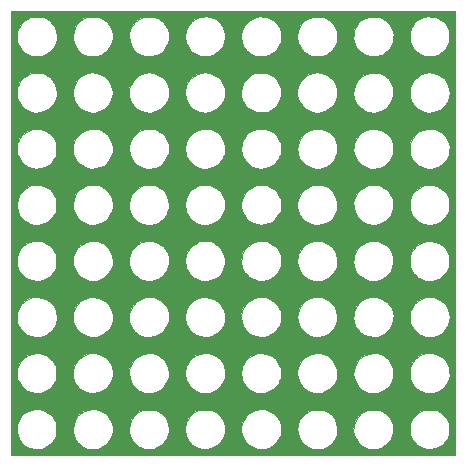
<source format=gbl>
%TF.GenerationSoftware,KiCad,Pcbnew,5.1.0-5.1.0*%
%TF.CreationDate,2019-03-30T09:27:41+01:00*%
%TF.ProjectId,WordClock,576f7264-436c-46f6-936b-2e6b69636164,rev?*%
%TF.SameCoordinates,PX660b0c0PY5f5e100*%
%TF.FileFunction,Copper,L2,Bot*%
%TF.FilePolarity,Positive*%
%FSLAX46Y46*%
G04 Gerber Fmt 4.6, Leading zero omitted, Abs format (unit mm)*
G04 Created by KiCad (PCBNEW 5.1.0-5.1.0) date 2019-03-30 09:27:41*
%MOMM*%
%LPD*%
G04 APERTURE LIST*
%ADD10C,0.010000*%
%ADD11C,0.500000*%
G04 APERTURE END LIST*
D10*
G36*
X37796000Y204000D02*
G01*
X204000Y204000D01*
X204000Y2478623D01*
X675207Y2478623D01*
X691527Y2115457D01*
X747686Y1870756D01*
X893743Y1535380D01*
X1108724Y1238776D01*
X1381373Y992529D01*
X1700430Y808226D01*
X1829391Y757568D01*
X2121342Y693250D01*
X2446248Y682585D01*
X2772389Y724585D01*
X3010047Y794348D01*
X3271153Y932789D01*
X3521379Y1135149D01*
X3739518Y1381309D01*
X3896834Y1635613D01*
X3959645Y1768996D01*
X3999906Y1878967D01*
X4022593Y1991653D01*
X4032681Y2133185D01*
X4035147Y2329689D01*
X4035167Y2361997D01*
X4033442Y2515423D01*
X5429815Y2515423D01*
X5433891Y2175972D01*
X5506481Y1841229D01*
X5649444Y1522305D01*
X5864640Y1230313D01*
X5916984Y1175651D01*
X6161952Y973570D01*
X6443044Y811590D01*
X6712578Y712931D01*
X6831653Y695583D01*
X7001852Y686274D01*
X7189875Y686636D01*
X7223371Y687869D01*
X7430026Y702921D01*
X7590624Y733385D01*
X7743546Y788414D01*
X7846430Y836463D01*
X8162497Y1034661D01*
X8417170Y1281074D01*
X8609617Y1565156D01*
X8739007Y1876361D01*
X8804508Y2204143D01*
X8805167Y2486576D01*
X10179088Y2486576D01*
X10190594Y2129061D01*
X10279389Y1772915D01*
X10347054Y1612956D01*
X10523228Y1336447D01*
X10763373Y1088566D01*
X11047684Y885720D01*
X11356353Y744313D01*
X11419343Y724826D01*
X11688954Y681278D01*
X11992855Y685530D01*
X12297654Y734515D01*
X12569956Y825167D01*
X12584396Y831801D01*
X12903380Y1026336D01*
X13168659Y1282542D01*
X13373654Y1591749D01*
X13511783Y1945288D01*
X13547493Y2100673D01*
X13565901Y2384166D01*
X14957678Y2384166D01*
X14959549Y2168849D01*
X14968302Y2013855D01*
X14987814Y1894897D01*
X15021961Y1787686D01*
X15070623Y1676435D01*
X15194053Y1465482D01*
X15361304Y1249881D01*
X15548005Y1057724D01*
X15728899Y917652D01*
X16047181Y768802D01*
X16395333Y690008D01*
X16754104Y682366D01*
X17104242Y746971D01*
X17316192Y827338D01*
X17632136Y1010605D01*
X17884094Y1239720D01*
X18086623Y1528926D01*
X18143397Y1636542D01*
X18217973Y1792884D01*
X18264367Y1914450D01*
X18289113Y2031485D01*
X18298744Y2174230D01*
X18298963Y2211431D01*
X19688116Y2211431D01*
X19754385Y1880145D01*
X19888058Y1562500D01*
X20090118Y1268903D01*
X20361546Y1009758D01*
X20376845Y997977D01*
X20671495Y824721D01*
X21004629Y717501D01*
X21359212Y678431D01*
X21718209Y709625D01*
X22017714Y794348D01*
X22278922Y932846D01*
X22529193Y1135279D01*
X22747332Y1381535D01*
X22904501Y1635726D01*
X22967322Y1769186D01*
X23007585Y1879218D01*
X23030269Y1991962D01*
X23040352Y2133562D01*
X23042814Y2330159D01*
X23042834Y2362110D01*
X23042612Y2381863D01*
X24422704Y2381863D01*
X24460065Y2030177D01*
X24568573Y1693690D01*
X24742074Y1385981D01*
X24974414Y1120631D01*
X25259441Y911219D01*
X25299065Y889333D01*
X25661530Y739586D01*
X26028334Y674345D01*
X26399219Y693642D01*
X26567676Y729994D01*
X26906596Y860832D01*
X27198588Y1053959D01*
X27439496Y1298598D01*
X27625163Y1583967D01*
X27751431Y1899287D01*
X27814145Y2233780D01*
X27813764Y2259954D01*
X29178442Y2259954D01*
X29238471Y1917916D01*
X29367826Y1594945D01*
X29558881Y1302472D01*
X29804007Y1051926D01*
X30095576Y854736D01*
X30425963Y722332D01*
X30461093Y713031D01*
X30687296Y681979D01*
X30953924Y684706D01*
X31225410Y717979D01*
X31466191Y778562D01*
X31551471Y812222D01*
X31887931Y1006403D01*
X32158230Y1252192D01*
X32366392Y1553842D01*
X32471268Y1784474D01*
X32559262Y2129663D01*
X32566703Y2384166D01*
X33964958Y2384166D01*
X33967023Y2168696D01*
X33975949Y2013533D01*
X33995628Y1894370D01*
X34029952Y1786898D01*
X34078289Y1676435D01*
X34201719Y1465482D01*
X34368970Y1249881D01*
X34555671Y1057724D01*
X34736566Y917652D01*
X35054848Y768802D01*
X35403000Y690008D01*
X35761770Y682366D01*
X36111909Y746971D01*
X36323858Y827338D01*
X36639823Y1010622D01*
X36891801Y1239768D01*
X37094348Y1529010D01*
X37151064Y1636513D01*
X37225667Y1792932D01*
X37272088Y1914644D01*
X37296879Y2031917D01*
X37306591Y2175019D01*
X37307822Y2360775D01*
X37301800Y2587707D01*
X37282391Y2760956D01*
X37244949Y2911051D01*
X37208982Y3010047D01*
X37065933Y3273954D01*
X36859650Y3526181D01*
X36610953Y3744873D01*
X36364274Y3896834D01*
X36234349Y3958215D01*
X36127207Y3998137D01*
X36018041Y4021190D01*
X35882045Y4031965D01*
X35694411Y4035052D01*
X35616724Y4035166D01*
X35404419Y4033379D01*
X35252499Y4025224D01*
X35136713Y4006516D01*
X35032807Y3973066D01*
X34916528Y3920688D01*
X34896167Y3910767D01*
X34616270Y3733472D01*
X34361180Y3496304D01*
X34155590Y3223960D01*
X34089357Y3103833D01*
X34033707Y2983321D01*
X33997649Y2878824D01*
X33976979Y2766025D01*
X33967494Y2620610D01*
X33964990Y2418260D01*
X33964958Y2384166D01*
X32566703Y2384166D01*
X32569523Y2480593D01*
X32507084Y2825163D01*
X32376977Y3151277D01*
X32184234Y3446835D01*
X31933889Y3699738D01*
X31630975Y3897888D01*
X31582232Y3921711D01*
X31463826Y3973114D01*
X31356238Y4006263D01*
X31235154Y4025055D01*
X31076259Y4033388D01*
X30874500Y4035166D01*
X30661346Y4033261D01*
X30508850Y4024867D01*
X30393039Y4005971D01*
X30289940Y3972558D01*
X30175581Y3920614D01*
X30167864Y3916834D01*
X29836940Y3709644D01*
X29567224Y3445711D01*
X29363223Y3131094D01*
X29229444Y2771851D01*
X29195367Y2609632D01*
X29178442Y2259954D01*
X27813764Y2259954D01*
X27809147Y2576665D01*
X27732280Y2917163D01*
X27579389Y3244495D01*
X27553362Y3286060D01*
X27343391Y3555657D01*
X27091706Y3769448D01*
X26831667Y3920194D01*
X26719000Y3971921D01*
X26616951Y4005388D01*
X26501836Y4024489D01*
X26349971Y4033117D01*
X26137672Y4035166D01*
X26132277Y4035166D01*
X25922132Y4033616D01*
X25771820Y4025899D01*
X25656524Y4007417D01*
X25551423Y3973573D01*
X25431700Y3919767D01*
X25384175Y3896562D01*
X25076330Y3699497D01*
X24814797Y3440168D01*
X24611225Y3133255D01*
X24477260Y2793436D01*
X24462642Y2735169D01*
X24422704Y2381863D01*
X23042612Y2381863D01*
X23040454Y2573488D01*
X23030453Y2725966D01*
X23008533Y2845243D01*
X22970399Y2957019D01*
X22927094Y3054553D01*
X22727489Y3393175D01*
X22476614Y3664734D01*
X22172520Y3870984D01*
X21887058Y3990984D01*
X21594707Y4050138D01*
X21271584Y4054353D01*
X20949347Y4005885D01*
X20659653Y3906992D01*
X20651000Y3902889D01*
X20333466Y3708277D01*
X20077444Y3464872D01*
X19883915Y3183079D01*
X19753863Y2873304D01*
X19688270Y2545952D01*
X19688116Y2211431D01*
X18298963Y2211431D01*
X18299843Y2360804D01*
X18293533Y2588904D01*
X18273672Y2763378D01*
X18235605Y2914798D01*
X18201004Y3010047D01*
X18058265Y3273908D01*
X17852193Y3526044D01*
X17603527Y3744685D01*
X17356386Y3896834D01*
X17226344Y3958225D01*
X17119142Y3998142D01*
X17009958Y4021176D01*
X16873965Y4031915D01*
X16686340Y4034949D01*
X16608835Y4035042D01*
X16396015Y4033136D01*
X16243717Y4024816D01*
X16127826Y4005982D01*
X16024228Y3972531D01*
X15908811Y3920362D01*
X15894996Y3913617D01*
X15631146Y3746751D01*
X15383224Y3521250D01*
X15176710Y3262607D01*
X15082680Y3100915D01*
X15026969Y2981876D01*
X14990836Y2878521D01*
X14970065Y2766677D01*
X14960440Y2622170D01*
X14957745Y2420828D01*
X14957678Y2384166D01*
X13565901Y2384166D01*
X13569725Y2443047D01*
X13515178Y2784197D01*
X13390893Y3110946D01*
X13203908Y3410118D01*
X12961265Y3668536D01*
X12670002Y3873024D01*
X12574565Y3921711D01*
X12456160Y3973114D01*
X12348572Y4006263D01*
X12227487Y4025055D01*
X12068592Y4033388D01*
X11866834Y4035166D01*
X11654750Y4033373D01*
X11503008Y4025189D01*
X11387314Y4006411D01*
X11283372Y3972835D01*
X11166885Y3920257D01*
X11147167Y3910638D01*
X10829541Y3710871D01*
X10570099Y3457608D01*
X10372662Y3161823D01*
X10241052Y2834488D01*
X10179088Y2486576D01*
X8805167Y2486576D01*
X8805288Y2537955D01*
X8740516Y2867251D01*
X8609361Y3181485D01*
X8410991Y3470112D01*
X8144573Y3722584D01*
X8077853Y3771456D01*
X7823573Y3920680D01*
X7561639Y4011328D01*
X7267788Y4049744D01*
X7018458Y4048416D01*
X6810728Y4033160D01*
X6651494Y4004994D01*
X6504695Y3955325D01*
X6372029Y3894357D01*
X6061439Y3698053D01*
X5810063Y3450896D01*
X5619760Y3163997D01*
X5492391Y2848468D01*
X5429815Y2515423D01*
X4033442Y2515423D01*
X4032789Y2573396D01*
X4022794Y2725885D01*
X4000888Y2845159D01*
X3962777Y2956910D01*
X3919428Y3054553D01*
X3719822Y3393175D01*
X3468947Y3664734D01*
X3164854Y3870984D01*
X2879391Y3990984D01*
X2587040Y4050138D01*
X2263918Y4054353D01*
X1941681Y4005885D01*
X1651986Y3906992D01*
X1643334Y3902889D01*
X1325749Y3706558D01*
X1065343Y3455072D01*
X866916Y3159324D01*
X735270Y2830210D01*
X675207Y2478623D01*
X204000Y2478623D01*
X204000Y7125500D01*
X690834Y7125500D01*
X693171Y6922136D01*
X703779Y6775102D01*
X728054Y6656109D01*
X771392Y6536871D01*
X826009Y6416808D01*
X1023205Y6091819D01*
X1274289Y5825097D01*
X1569378Y5621674D01*
X1898586Y5486579D01*
X2252029Y5424844D01*
X2619822Y5441498D01*
X2710166Y5457935D01*
X3055618Y5572316D01*
X3370745Y5760007D01*
X3643907Y6011740D01*
X3863467Y6318246D01*
X3916833Y6418863D01*
X3970013Y6534656D01*
X4004421Y6637754D01*
X4024072Y6752130D01*
X4032981Y6901758D01*
X4034213Y7019811D01*
X5421618Y7019811D01*
X5444177Y6845577D01*
X5550649Y6481928D01*
X5720737Y6163514D01*
X5945020Y5895331D01*
X6214073Y5682379D01*
X6518476Y5529657D01*
X6848806Y5442162D01*
X7195641Y5424894D01*
X7549559Y5482852D01*
X7823770Y5583172D01*
X8140316Y5771707D01*
X8398200Y6011728D01*
X8595683Y6292333D01*
X8731027Y6602619D01*
X8802492Y6931684D01*
X8804376Y7040248D01*
X10169595Y7040248D01*
X10224808Y6705066D01*
X10349062Y6385257D01*
X10534704Y6092153D01*
X10774078Y5837083D01*
X11059528Y5631379D01*
X11383399Y5486370D01*
X11491099Y5455338D01*
X11671753Y5431009D01*
X11898372Y5429953D01*
X12136173Y5449982D01*
X12350372Y5488905D01*
X12438334Y5514973D01*
X12763282Y5673071D01*
X13042044Y5893686D01*
X13268319Y6165039D01*
X13435803Y6475352D01*
X13538194Y6812845D01*
X13565654Y7125500D01*
X14957167Y7125500D01*
X14959294Y6909980D01*
X14968276Y6754762D01*
X14988009Y6635532D01*
X15022391Y6527976D01*
X15070623Y6417768D01*
X15259655Y6109981D01*
X15511962Y5844663D01*
X15812034Y5634528D01*
X16144364Y5492288D01*
X16227167Y5469674D01*
X16524353Y5420897D01*
X16805379Y5430392D01*
X17033189Y5476292D01*
X17392026Y5609067D01*
X17699096Y5808601D01*
X17955235Y6075593D01*
X18161281Y6410743D01*
X18169177Y6427000D01*
X18231193Y6563400D01*
X18270141Y6677964D01*
X18291285Y6798519D01*
X18299887Y6952897D01*
X18301255Y7123304D01*
X19698500Y7123304D01*
X19700310Y6923799D01*
X19709803Y6780366D01*
X19733076Y6664426D01*
X19776226Y6547398D01*
X19845348Y6400704D01*
X19858196Y6374653D01*
X20060907Y6053172D01*
X20316481Y5792429D01*
X20615459Y5597089D01*
X20948383Y5471814D01*
X21305793Y5421266D01*
X21678232Y5450109D01*
X21717833Y5457935D01*
X22062780Y5572138D01*
X22377388Y5759199D01*
X22649276Y6009236D01*
X22866063Y6312365D01*
X22921726Y6418863D01*
X23011541Y6682377D01*
X23056513Y6983117D01*
X24432566Y6983117D01*
X24451843Y6845577D01*
X24557239Y6486712D01*
X24726123Y6170996D01*
X24948824Y5903618D01*
X25215673Y5689765D01*
X25516999Y5534626D01*
X25843133Y5443389D01*
X26184403Y5421241D01*
X26531140Y5473371D01*
X26816519Y5576935D01*
X27152082Y5776374D01*
X27422424Y6027738D01*
X27624274Y6325940D01*
X27754365Y6665889D01*
X27807835Y7031594D01*
X29179727Y7031594D01*
X29236966Y6688227D01*
X29364071Y6363497D01*
X29553691Y6068765D01*
X29798473Y5815392D01*
X30091067Y5614740D01*
X30424121Y5478169D01*
X30433445Y5475522D01*
X30678312Y5434497D01*
X30959773Y5430350D01*
X31238957Y5461567D01*
X31446000Y5514973D01*
X31777446Y5673741D01*
X32054429Y5888692D01*
X32274583Y6149267D01*
X32435543Y6444910D01*
X32534943Y6765062D01*
X32570419Y7099165D01*
X32568015Y7125500D01*
X33964834Y7125500D01*
X33966961Y6909980D01*
X33975943Y6754762D01*
X33995675Y6635532D01*
X34030057Y6527976D01*
X34078289Y6417768D01*
X34267322Y6109981D01*
X34519628Y5844663D01*
X34819701Y5634528D01*
X35152031Y5492288D01*
X35234834Y5469674D01*
X35532020Y5420897D01*
X35813045Y5430392D01*
X36040856Y5476292D01*
X36390470Y5606673D01*
X36690171Y5797832D01*
X36936323Y6039650D01*
X37125293Y6322007D01*
X37253445Y6634782D01*
X37317144Y6967855D01*
X37312755Y7311105D01*
X37236644Y7654413D01*
X37085176Y7987656D01*
X36993528Y8128756D01*
X36758824Y8388508D01*
X36473082Y8593913D01*
X36152344Y8738159D01*
X35812652Y8814434D01*
X35470048Y8815927D01*
X35398621Y8806000D01*
X35027741Y8703945D01*
X34693492Y8530520D01*
X34405789Y8293002D01*
X34174549Y7998669D01*
X34089362Y7845166D01*
X34033625Y7724773D01*
X33997510Y7620507D01*
X33976814Y7508074D01*
X33967332Y7363178D01*
X33964860Y7161524D01*
X33964834Y7125500D01*
X32568015Y7125500D01*
X32539604Y7436662D01*
X32440133Y7766995D01*
X32269641Y8079606D01*
X32073749Y8316779D01*
X31791330Y8550399D01*
X31483664Y8710127D01*
X31160543Y8799144D01*
X30831757Y8820634D01*
X30507095Y8777782D01*
X30196350Y8673770D01*
X29909310Y8511782D01*
X29655767Y8295002D01*
X29445511Y8026613D01*
X29288332Y7709798D01*
X29199703Y7382236D01*
X29179727Y7031594D01*
X27807835Y7031594D01*
X27809430Y7042499D01*
X27811155Y7125500D01*
X27772180Y7506010D01*
X27659026Y7851752D01*
X27477344Y8156155D01*
X27232788Y8412650D01*
X26931012Y8614666D01*
X26577667Y8755632D01*
X26366867Y8804152D01*
X26021608Y8824770D01*
X25689213Y8769480D01*
X25378132Y8646926D01*
X25096819Y8465752D01*
X24853724Y8234602D01*
X24657300Y7962120D01*
X24515998Y7656949D01*
X24438269Y7327733D01*
X24432566Y6983117D01*
X23056513Y6983117D01*
X23057045Y6986673D01*
X23056600Y7299405D01*
X23008563Y7588227D01*
X22984923Y7664533D01*
X22826647Y8002725D01*
X22616020Y8283243D01*
X22362982Y8505553D01*
X22077472Y8669119D01*
X21769432Y8773407D01*
X21448802Y8817881D01*
X21125522Y8802005D01*
X20809532Y8725246D01*
X20510773Y8587067D01*
X20239184Y8386934D01*
X20004707Y8124311D01*
X19833676Y7834192D01*
X19770491Y7693575D01*
X19730728Y7576725D01*
X19709042Y7455535D01*
X19700090Y7301897D01*
X19698500Y7123304D01*
X18301255Y7123304D01*
X18301273Y7125500D01*
X18298294Y7333994D01*
X18286611Y7484588D01*
X18261711Y7603946D01*
X18219083Y7718729D01*
X18190221Y7781666D01*
X18029668Y8072052D01*
X17848319Y8300825D01*
X17627020Y8491023D01*
X17564318Y8534504D01*
X17234120Y8706847D01*
X16885282Y8801390D01*
X16529668Y8819306D01*
X16179142Y8761771D01*
X15845567Y8629956D01*
X15540808Y8425035D01*
X15430173Y8323405D01*
X15294309Y8168082D01*
X15164901Y7988315D01*
X15081696Y7845166D01*
X15025958Y7724773D01*
X14989844Y7620507D01*
X14969147Y7508074D01*
X14959665Y7363178D01*
X14957193Y7161524D01*
X14957167Y7125500D01*
X13565654Y7125500D01*
X13569189Y7165739D01*
X13522487Y7522254D01*
X13519240Y7535150D01*
X13411233Y7841597D01*
X13248092Y8110537D01*
X13043539Y8339845D01*
X12754799Y8568933D01*
X12442759Y8723267D01*
X12117054Y8806092D01*
X11787320Y8820652D01*
X11463193Y8770191D01*
X11154309Y8657954D01*
X10870302Y8487184D01*
X10620810Y8261125D01*
X10415468Y7983023D01*
X10263912Y7656121D01*
X10191079Y7379475D01*
X10169595Y7040248D01*
X8804376Y7040248D01*
X8808340Y7268627D01*
X8746830Y7602544D01*
X8616225Y7922533D01*
X8414784Y8217691D01*
X8268322Y8369978D01*
X7986553Y8578220D01*
X7666843Y8726371D01*
X7328252Y8808712D01*
X6989841Y8819527D01*
X6838800Y8798775D01*
X6481449Y8689613D01*
X6164318Y8516143D01*
X5894255Y8287955D01*
X5678106Y8014638D01*
X5522719Y7705782D01*
X5434941Y7370977D01*
X5421618Y7019811D01*
X4034213Y7019811D01*
X4035162Y7110610D01*
X4035167Y7125500D01*
X4033261Y7338653D01*
X4024867Y7491149D01*
X4005972Y7606960D01*
X3972559Y7710059D01*
X3920615Y7824418D01*
X3916833Y7832137D01*
X3709792Y8162607D01*
X3445689Y8432568D01*
X3131037Y8637116D01*
X2772351Y8771350D01*
X2627584Y8802600D01*
X2272756Y8823643D01*
X1925771Y8766305D01*
X1598173Y8636792D01*
X1301504Y8441309D01*
X1047310Y8186060D01*
X847134Y7877252D01*
X826009Y7834192D01*
X762648Y7693116D01*
X722849Y7575877D01*
X701216Y7454187D01*
X692355Y7299758D01*
X690834Y7125500D01*
X204000Y7125500D01*
X204000Y11866833D01*
X690940Y11866833D01*
X693400Y11662807D01*
X704176Y11515297D01*
X728542Y11396208D01*
X771773Y11277444D01*
X822570Y11165719D01*
X1021330Y10837256D01*
X1272678Y10571428D01*
X1568597Y10371746D01*
X1901072Y10241722D01*
X2262088Y10184864D01*
X2643628Y10204686D01*
X2893266Y10258779D01*
X3192040Y10384555D01*
X3466849Y10581032D01*
X3704181Y10834893D01*
X3890525Y11132819D01*
X3969583Y11319610D01*
X4019793Y11479981D01*
X4046525Y11625366D01*
X4053300Y11774643D01*
X5421826Y11774643D01*
X5477793Y11435526D01*
X5601749Y11119083D01*
X5785432Y10834084D01*
X6020582Y10589297D01*
X6298937Y10393490D01*
X6612236Y10255432D01*
X6952218Y10183892D01*
X7273667Y10183575D01*
X7443563Y10208528D01*
X7609759Y10245747D01*
X7674446Y10265454D01*
X8014130Y10427582D01*
X8303688Y10653447D01*
X8535880Y10933781D01*
X8703467Y11259320D01*
X8799210Y11620799D01*
X8811563Y11720799D01*
X8809932Y11834328D01*
X10171944Y11834328D01*
X10216019Y11486674D01*
X10335412Y11150016D01*
X10530545Y10834813D01*
X10642344Y10703649D01*
X10915073Y10471571D01*
X11230936Y10303932D01*
X11574559Y10204532D01*
X11930565Y10177169D01*
X12283577Y10225644D01*
X12415780Y10265454D01*
X12745435Y10422577D01*
X13029395Y10640545D01*
X13260879Y10908041D01*
X13433108Y11213750D01*
X13539302Y11546356D01*
X13570109Y11867723D01*
X14957167Y11867723D01*
X14959088Y11654141D01*
X14967490Y11501339D01*
X14986333Y11385467D01*
X15019576Y11282676D01*
X15071176Y11169117D01*
X15074134Y11163084D01*
X15277497Y10838126D01*
X15533576Y10573100D01*
X15832392Y10372248D01*
X16163960Y10239812D01*
X16518298Y10180033D01*
X16885425Y10197152D01*
X17179667Y10268413D01*
X17502330Y10419444D01*
X17788692Y10642325D01*
X18030113Y10928887D01*
X18202304Y11235537D01*
X18249440Y11357298D01*
X18278632Y11486224D01*
X18293837Y11648145D01*
X18298998Y11866833D01*
X18298480Y11967717D01*
X19685219Y11967717D01*
X19686053Y11780245D01*
X19743818Y11411768D01*
X19871717Y11080179D01*
X20061082Y10791404D01*
X20303247Y10551363D01*
X20589545Y10365981D01*
X20911308Y10241180D01*
X21259870Y10182883D01*
X21626563Y10197013D01*
X21911209Y10259585D01*
X22223716Y10396686D01*
X22504622Y10607013D01*
X22744789Y10882159D01*
X22925268Y11192457D01*
X22979696Y11317578D01*
X23014286Y11429158D01*
X23033413Y11553076D01*
X23041450Y11715207D01*
X23042834Y11888000D01*
X23042831Y11888439D01*
X24423238Y11888439D01*
X24453195Y11557962D01*
X24552725Y11233298D01*
X24725271Y10924143D01*
X24874258Y10740359D01*
X25164940Y10483857D01*
X25487824Y10302900D01*
X25834635Y10199511D01*
X26197094Y10175715D01*
X26566926Y10233535D01*
X26731964Y10286133D01*
X27051363Y10447933D01*
X27327889Y10674972D01*
X27551962Y10954639D01*
X27714004Y11274329D01*
X27804434Y11621433D01*
X27814748Y11711235D01*
X27812607Y11815087D01*
X29176169Y11815087D01*
X29227287Y11474758D01*
X29347650Y11148246D01*
X29530143Y10849565D01*
X29767658Y10592724D01*
X30053080Y10391736D01*
X30112047Y10361064D01*
X30469715Y10228433D01*
X30835093Y10175929D01*
X31197541Y10204327D01*
X31423446Y10265454D01*
X31763318Y10427817D01*
X32053463Y10655154D01*
X32287222Y10939546D01*
X32457936Y11273071D01*
X32552003Y11607781D01*
X32570303Y11867723D01*
X33964834Y11867723D01*
X33966755Y11654141D01*
X33975157Y11501339D01*
X33994000Y11385467D01*
X34027242Y11282676D01*
X34078842Y11169117D01*
X34081801Y11163084D01*
X34284985Y10838464D01*
X34543978Y10570422D01*
X34849378Y10366501D01*
X35191786Y10234239D01*
X35260345Y10217813D01*
X35420271Y10183360D01*
X35528253Y10164476D01*
X35615375Y10160155D01*
X35712719Y10169386D01*
X35851369Y10191162D01*
X35889655Y10197398D01*
X36247560Y10294088D01*
X36560057Y10454480D01*
X36823736Y10668759D01*
X37035185Y10927109D01*
X37190992Y11219716D01*
X37287746Y11536765D01*
X37322035Y11868439D01*
X37290448Y12204924D01*
X37189573Y12536405D01*
X37015999Y12853066D01*
X36875041Y13032427D01*
X36619148Y13258972D01*
X36313813Y13428816D01*
X35977163Y13536276D01*
X35627326Y13575665D01*
X35282430Y13541301D01*
X35264831Y13537358D01*
X34920990Y13416009D01*
X34607630Y13223129D01*
X34339431Y12970366D01*
X34131071Y12669366D01*
X34103438Y12615825D01*
X34041944Y12485694D01*
X34001946Y12378472D01*
X33978847Y12269339D01*
X33968047Y12133477D01*
X33964949Y11946068D01*
X33964834Y11867723D01*
X32570303Y11867723D01*
X32576777Y11959672D01*
X32525417Y12297496D01*
X32406265Y12612897D01*
X32227662Y12897514D01*
X31997948Y13142991D01*
X31725463Y13340968D01*
X31418549Y13483086D01*
X31085547Y13560988D01*
X30734797Y13566315D01*
X30613667Y13550226D01*
X30244662Y13446587D01*
X29918725Y13273079D01*
X29642500Y13036266D01*
X29422631Y12742709D01*
X29265760Y12398971D01*
X29201405Y12155223D01*
X29176169Y11815087D01*
X27812607Y11815087D01*
X27807230Y12075758D01*
X27726537Y12418577D01*
X27581097Y12731714D01*
X27379334Y13007194D01*
X27129676Y13237037D01*
X26840548Y13413267D01*
X26520376Y13527907D01*
X26177586Y13572979D01*
X25872334Y13550226D01*
X25511697Y13450498D01*
X25196529Y13288723D01*
X24930273Y13074595D01*
X24716372Y12817808D01*
X24558270Y12528056D01*
X24459411Y12215035D01*
X24423238Y11888439D01*
X23042831Y11888439D01*
X23040959Y12094181D01*
X23032039Y12241929D01*
X23011128Y12357452D01*
X22973281Y12466958D01*
X22913555Y12596656D01*
X22906338Y12611439D01*
X22708871Y12920226D01*
X22443733Y13184039D01*
X22119550Y13394608D01*
X22057454Y13425336D01*
X21911891Y13490359D01*
X21790665Y13530407D01*
X21663594Y13551405D01*
X21500494Y13559278D01*
X21370667Y13560166D01*
X21170235Y13557317D01*
X21024439Y13544910D01*
X20903328Y13517153D01*
X20776957Y13468258D01*
X20691328Y13428822D01*
X20350594Y13225696D01*
X20076675Y12973200D01*
X19872512Y12676155D01*
X19741046Y12339387D01*
X19685219Y11967717D01*
X18298480Y11967717D01*
X18297956Y12069398D01*
X18288515Y12215364D01*
X18265460Y12332737D01*
X18223578Y12449525D01*
X18167535Y12572937D01*
X17966096Y12908919D01*
X17711478Y13179080D01*
X17404104Y13383067D01*
X17044394Y13520525D01*
X17037842Y13522281D01*
X16682507Y13575029D01*
X16329808Y13549102D01*
X15991524Y13449998D01*
X15679432Y13283214D01*
X15405310Y13054247D01*
X15180935Y12768595D01*
X15095771Y12615825D01*
X15034277Y12485694D01*
X14994279Y12378472D01*
X14971180Y12269339D01*
X14960381Y12133477D01*
X14957283Y11946068D01*
X14957167Y11867723D01*
X13570109Y11867723D01*
X13572680Y11894542D01*
X13546929Y12153361D01*
X13442239Y12510917D01*
X13275810Y12822614D01*
X13057460Y13085052D01*
X12797006Y13294829D01*
X12504265Y13448543D01*
X12189055Y13542793D01*
X11861193Y13574179D01*
X11530496Y13539297D01*
X11206782Y13434748D01*
X10899869Y13257129D01*
X10740359Y13125742D01*
X10487395Y12838686D01*
X10308055Y12520793D01*
X10202764Y12182520D01*
X10171944Y11834328D01*
X8809932Y11834328D01*
X8806396Y12080398D01*
X8727007Y12418527D01*
X8582213Y12727583D01*
X8380835Y12999963D01*
X8131690Y13228063D01*
X7843596Y13404280D01*
X7525374Y13521008D01*
X7185840Y13570646D01*
X6833815Y13545588D01*
X6723260Y13521396D01*
X6357515Y13387728D01*
X6044591Y13189465D01*
X5789071Y12931591D01*
X5595537Y12619092D01*
X5468572Y12256954D01*
X5442108Y12127666D01*
X5421826Y11774643D01*
X4053300Y11774643D01*
X4054028Y11790666D01*
X4048660Y11968778D01*
X4033586Y12177086D01*
X4006247Y12335950D01*
X3958362Y12480499D01*
X3895748Y12617481D01*
X3705188Y12915677D01*
X3457207Y13166593D01*
X3165295Y13363598D01*
X2842941Y13500064D01*
X2503635Y13569364D01*
X2160867Y13564867D01*
X2019449Y13539455D01*
X1651778Y13413152D01*
X1332733Y13218024D01*
X1065709Y12956817D01*
X854103Y12632281D01*
X824798Y12572937D01*
X761969Y12432884D01*
X722521Y12316035D01*
X701108Y12194183D01*
X692380Y12039119D01*
X690940Y11866833D01*
X204000Y11866833D01*
X204000Y16646732D01*
X674801Y16646732D01*
X703913Y16305611D01*
X802887Y15974517D01*
X973462Y15664936D01*
X1120396Y15484053D01*
X1379845Y15244848D01*
X1647849Y15080530D01*
X1941926Y14983916D01*
X2279592Y14947824D01*
X2426500Y14948591D01*
X2633331Y14959496D01*
X2790205Y14982296D01*
X2931723Y15024528D01*
X3092182Y15093586D01*
X3409450Y15287938D01*
X3675126Y15547087D01*
X3881844Y15863632D01*
X3904503Y15909666D01*
X3964335Y16042657D01*
X4002526Y16154918D01*
X4023867Y16272843D01*
X4033150Y16422820D01*
X4034807Y16592552D01*
X5421431Y16592552D01*
X5467676Y16243067D01*
X5584311Y15911108D01*
X5764313Y15608529D01*
X6000655Y15347184D01*
X6286312Y15138926D01*
X6608442Y14997415D01*
X6841187Y14951761D01*
X7115513Y14939251D01*
X7395437Y14959089D01*
X7644973Y15010480D01*
X7678197Y15021077D01*
X7994208Y15170238D01*
X8279964Y15388132D01*
X8512790Y15655813D01*
X8689224Y15977187D01*
X8789077Y16316359D01*
X8812563Y16625390D01*
X10163082Y16625390D01*
X10175323Y16464136D01*
X10187282Y16385227D01*
X10289784Y16009714D01*
X10462781Y15676650D01*
X10700579Y15392987D01*
X10997487Y15165672D01*
X11309255Y15015486D01*
X11447039Y14973461D01*
X11594587Y14950878D01*
X11780031Y14944672D01*
X11930334Y14947837D01*
X12137567Y14958468D01*
X12291513Y14978450D01*
X12423512Y15014590D01*
X12564905Y15073696D01*
X12611440Y15095766D01*
X12910885Y15283698D01*
X13163127Y15529491D01*
X13361110Y15819674D01*
X13497780Y16140771D01*
X13566083Y16479309D01*
X13562849Y16634911D01*
X14957167Y16634911D01*
X14957167Y16629333D01*
X14959561Y16418110D01*
X14969616Y16265727D01*
X14991645Y16146427D01*
X15029958Y16034449D01*
X15072906Y15937780D01*
X15239450Y15638449D01*
X15435549Y15402208D01*
X15678709Y15212453D01*
X15986432Y15052583D01*
X16022484Y15037157D01*
X16154182Y14986759D01*
X16273402Y14957083D01*
X16408801Y14944140D01*
X16589037Y14943944D01*
X16675005Y14946375D01*
X16880381Y14956386D01*
X17031678Y14975101D01*
X17159464Y15009236D01*
X17294302Y15065509D01*
X17359056Y15096705D01*
X17675839Y15295546D01*
X17930808Y15543231D01*
X18122618Y15829340D01*
X18249922Y16143455D01*
X18311376Y16475158D01*
X18309122Y16608166D01*
X19700236Y16608166D01*
X19702775Y16399878D01*
X19714151Y16249043D01*
X19738939Y16128556D01*
X19781714Y16011312D01*
X19812518Y15942768D01*
X19950428Y15709322D01*
X20137126Y15478365D01*
X20347198Y15278264D01*
X20513486Y15160352D01*
X20730855Y15048956D01*
X20940441Y14981339D01*
X21172741Y14950489D01*
X21434167Y14948591D01*
X21642389Y14959681D01*
X21800254Y14982804D01*
X21941937Y15025281D01*
X22090455Y15089190D01*
X22402737Y15280681D01*
X22670312Y15536449D01*
X22878123Y15841467D01*
X22912370Y15909545D01*
X22972128Y16042671D01*
X23010266Y16155115D01*
X23031572Y16273288D01*
X23040832Y16423602D01*
X23042834Y16629333D01*
X24439834Y16629333D01*
X24442633Y16429362D01*
X24454958Y16283854D01*
X24482702Y16162685D01*
X24531756Y16035730D01*
X24573798Y15944396D01*
X24774419Y15608690D01*
X25027251Y15332248D01*
X25324752Y15121926D01*
X25616109Y14997415D01*
X25848854Y14951761D01*
X26123180Y14939251D01*
X26403103Y14959089D01*
X26652640Y15010480D01*
X26685864Y15021077D01*
X26996909Y15167872D01*
X27276871Y15380553D01*
X27510927Y15643800D01*
X27684250Y15942295D01*
X27749577Y16120234D01*
X27817246Y16490340D01*
X27816539Y16516617D01*
X29184762Y16516617D01*
X29235904Y16195908D01*
X29347105Y15888617D01*
X29517887Y15604678D01*
X29747774Y15354026D01*
X30036290Y15146595D01*
X30316921Y15015486D01*
X30549361Y14960039D01*
X30826166Y14940963D01*
X31115917Y14956875D01*
X31387196Y15006395D01*
X31573000Y15070732D01*
X31875365Y15251868D01*
X32133175Y15491464D01*
X32339145Y15776078D01*
X32485992Y16092270D01*
X32566431Y16426600D01*
X32570045Y16608166D01*
X33964983Y16608166D01*
X33966754Y16397049D01*
X33974630Y16247187D01*
X33992691Y16135193D01*
X34025024Y16037678D01*
X34075709Y15931257D01*
X34086931Y15909666D01*
X34261065Y15618980D01*
X34452102Y15393883D01*
X34680578Y15215378D01*
X34967032Y15064465D01*
X35030151Y15037157D01*
X35162240Y14986608D01*
X35281533Y14956988D01*
X35416921Y14944283D01*
X35597295Y14944477D01*
X35679334Y14946949D01*
X35899016Y14959328D01*
X36064470Y14982797D01*
X36205971Y15023251D01*
X36323565Y15072402D01*
X36556202Y15208687D01*
X36785227Y15393104D01*
X36982195Y15600350D01*
X37092008Y15755947D01*
X37240618Y16089056D01*
X37314378Y16442807D01*
X37314073Y16802511D01*
X37240488Y17153481D01*
X37094409Y17481028D01*
X36991545Y17635255D01*
X36735943Y17906883D01*
X36430872Y18117388D01*
X36129244Y18244647D01*
X35764795Y18314738D01*
X35404144Y18305387D01*
X35058429Y18221497D01*
X34738787Y18067973D01*
X34456355Y17849721D01*
X34222272Y17571645D01*
X34095498Y17349000D01*
X34037098Y17219736D01*
X33999255Y17110722D01*
X33977564Y16996946D01*
X33967618Y16853399D01*
X33965012Y16655069D01*
X33964983Y16608166D01*
X32570045Y16608166D01*
X32573180Y16765625D01*
X32556343Y16885298D01*
X32448200Y17266101D01*
X32275298Y17592446D01*
X32037162Y17864973D01*
X31733317Y18084324D01*
X31625347Y18141804D01*
X31471813Y18215302D01*
X31352187Y18261922D01*
X31237892Y18287760D01*
X31100347Y18298914D01*
X30910972Y18301479D01*
X30876696Y18301500D01*
X30672941Y18299203D01*
X30525700Y18288749D01*
X30406864Y18264793D01*
X30288327Y18221990D01*
X30165808Y18166324D01*
X29846597Y17973729D01*
X29590302Y17734945D01*
X29396447Y17459908D01*
X29264557Y17158551D01*
X29194154Y16840809D01*
X29184762Y16516617D01*
X27816539Y16516617D01*
X27807575Y16849776D01*
X27726808Y17189604D01*
X27581183Y17500885D01*
X27376944Y17774680D01*
X27120330Y18002051D01*
X26817584Y18174060D01*
X26474946Y18281768D01*
X26217834Y18313959D01*
X25832173Y18295072D01*
X25478706Y18199046D01*
X25162395Y18028910D01*
X24888199Y17787693D01*
X24661080Y17478423D01*
X24571178Y17308672D01*
X24507683Y17165955D01*
X24468618Y17045527D01*
X24448193Y16917439D01*
X24440620Y16751743D01*
X24439834Y16629333D01*
X23042834Y16629333D01*
X23040402Y16840939D01*
X23030272Y16993600D01*
X23008189Y17112970D01*
X22969896Y17224700D01*
X22928708Y17317362D01*
X22754091Y17603706D01*
X22518275Y17865631D01*
X22244726Y18079338D01*
X22093452Y18164439D01*
X21956432Y18227662D01*
X21842497Y18267423D01*
X21723857Y18289069D01*
X21572719Y18297948D01*
X21391834Y18299448D01*
X21076107Y18285399D01*
X20818439Y18237664D01*
X20595862Y18147117D01*
X20385408Y18004632D01*
X20181462Y17818538D01*
X19982847Y17598909D01*
X19844548Y17388346D01*
X19757437Y17163892D01*
X19712386Y16902585D01*
X19700236Y16608166D01*
X18309122Y16608166D01*
X18305633Y16814030D01*
X18231348Y17149651D01*
X18087176Y17471603D01*
X17871770Y17769468D01*
X17723472Y17918330D01*
X17500718Y18089767D01*
X17266965Y18205648D01*
X17001296Y18273134D01*
X16682789Y18299382D01*
X16607235Y18300325D01*
X16405319Y18298745D01*
X16260596Y18289168D01*
X16145638Y18266333D01*
X16033016Y18224980D01*
X15908287Y18166253D01*
X15589131Y17964888D01*
X15319701Y17704184D01*
X15113709Y17397824D01*
X15089237Y17349000D01*
X15028870Y17216495D01*
X14990304Y17105126D01*
X14968716Y16988600D01*
X14959278Y16840626D01*
X14957167Y16634911D01*
X13562849Y16634911D01*
X13558964Y16821814D01*
X13548598Y16885716D01*
X13440437Y17266406D01*
X13267442Y17592720D01*
X13029173Y17865249D01*
X12725190Y18084585D01*
X12617681Y18141804D01*
X12464146Y18215302D01*
X12344521Y18261922D01*
X12230225Y18287760D01*
X12092680Y18298914D01*
X11903306Y18301479D01*
X11869029Y18301500D01*
X11660999Y18298761D01*
X11510436Y18287436D01*
X11390233Y18262859D01*
X11273281Y18220365D01*
X11196447Y18185761D01*
X10854678Y17985531D01*
X10582109Y17736827D01*
X10377433Y17438047D01*
X10239340Y17087588D01*
X10212610Y16980797D01*
X10174924Y16783795D01*
X10163082Y16625390D01*
X8812563Y16625390D01*
X8815367Y16662271D01*
X8771111Y17003869D01*
X8659327Y17330095D01*
X8483033Y17629893D01*
X8245247Y17892207D01*
X7948985Y18105982D01*
X7826614Y18169870D01*
X7688403Y18231707D01*
X7572067Y18270511D01*
X7449527Y18291554D01*
X7292705Y18300108D01*
X7125500Y18301500D01*
X6921945Y18299142D01*
X6774790Y18288500D01*
X6655817Y18264220D01*
X6536810Y18220948D01*
X6419397Y18167535D01*
X6085120Y17966075D01*
X5814560Y17710160D01*
X5610657Y17403495D01*
X5476346Y17049787D01*
X5452601Y16947711D01*
X5421431Y16592552D01*
X4034807Y16592552D01*
X4035167Y16629333D01*
X4032736Y16840939D01*
X4022606Y16993600D01*
X4000522Y17112970D01*
X3962229Y17224700D01*
X3921041Y17317362D01*
X3750700Y17597307D01*
X3520380Y17856080D01*
X3254228Y18069036D01*
X3094299Y18161186D01*
X2774654Y18273917D01*
X2427649Y18318585D01*
X2075131Y18296030D01*
X1738948Y18207087D01*
X1516334Y18100680D01*
X1222209Y17881736D01*
X989255Y17615382D01*
X819210Y17313105D01*
X713813Y16986393D01*
X674801Y16646732D01*
X204000Y16646732D01*
X204000Y21518345D01*
X679198Y21518345D01*
X687000Y21157565D01*
X747686Y20878423D01*
X891127Y20548789D01*
X1102123Y20254234D01*
X1367663Y20008145D01*
X1674735Y19823906D01*
X1833834Y19761116D01*
X2122702Y19700699D01*
X2444978Y19691321D01*
X2767403Y19731825D01*
X3010047Y19802014D01*
X3271256Y19940513D01*
X3521527Y20142945D01*
X3739666Y20389202D01*
X3896834Y20643392D01*
X3959655Y20776853D01*
X3999918Y20886884D01*
X4022602Y20999629D01*
X4032686Y21141229D01*
X4035147Y21337826D01*
X4035167Y21369776D01*
X4033877Y21484399D01*
X5425019Y21484399D01*
X5439394Y21129176D01*
X5453267Y21052289D01*
X5568996Y20683029D01*
X5752563Y20364117D01*
X6002741Y20096925D01*
X6318303Y19882823D01*
X6616947Y19750711D01*
X6880811Y19692060D01*
X7180970Y19683780D01*
X7487377Y19723638D01*
X7769984Y19809401D01*
X7841495Y19841700D01*
X8160828Y20040886D01*
X8416795Y20286106D01*
X8609435Y20567284D01*
X8738788Y20874347D01*
X8804895Y21197221D01*
X8807561Y21499335D01*
X10175731Y21499335D01*
X10189467Y21143996D01*
X10193167Y21121121D01*
X10292402Y20763321D01*
X10458646Y20438697D01*
X10682900Y20159977D01*
X10956167Y19939888D01*
X11076695Y19871366D01*
X11289472Y19775474D01*
X11486338Y19718202D01*
X11700305Y19692864D01*
X11959478Y19692609D01*
X12153199Y19704167D01*
X12303748Y19730154D01*
X12450174Y19780477D01*
X12623463Y19861053D01*
X12945847Y20063699D01*
X13203480Y20320860D01*
X13396167Y20632275D01*
X13523715Y20997683D01*
X13548598Y21114284D01*
X13564952Y21370666D01*
X14957167Y21370666D01*
X14959614Y21158897D01*
X14969776Y21006115D01*
X14991884Y20886714D01*
X15030171Y20775086D01*
X15070623Y20684102D01*
X15194053Y20473148D01*
X15361304Y20257547D01*
X15548005Y20065391D01*
X15728899Y19925318D01*
X16040676Y19779811D01*
X16386630Y19700132D01*
X16744785Y19688741D01*
X17093165Y19748100D01*
X17151550Y19765966D01*
X17485570Y19916280D01*
X17767328Y20124254D01*
X17994031Y20379206D01*
X18162883Y20670457D01*
X18271090Y20987324D01*
X18302236Y21218181D01*
X19688157Y21218181D01*
X19754616Y20886858D01*
X19888531Y20569212D01*
X20090883Y20275646D01*
X20362654Y20016563D01*
X20376845Y20005643D01*
X20671495Y19832388D01*
X21004629Y19725168D01*
X21359212Y19686098D01*
X21718209Y19717292D01*
X22017714Y19802014D01*
X22278922Y19940513D01*
X22529193Y20142945D01*
X22747332Y20389202D01*
X22904501Y20643392D01*
X22967322Y20776853D01*
X23007585Y20886884D01*
X23030269Y20999629D01*
X23040352Y21141229D01*
X23042814Y21337826D01*
X23042834Y21369776D01*
X23041668Y21491628D01*
X24427554Y21491628D01*
X24440750Y21139082D01*
X24476213Y20968500D01*
X24612846Y20604392D01*
X24813740Y20295213D01*
X25079299Y20040536D01*
X25409926Y19839934D01*
X25624614Y19750711D01*
X25890207Y19691720D01*
X26191832Y19683829D01*
X26499770Y19724793D01*
X26784303Y19812370D01*
X26852616Y19843401D01*
X27167268Y20041692D01*
X27424068Y20291931D01*
X27619847Y20583032D01*
X27751433Y20903911D01*
X27815657Y21243482D01*
X27810833Y21509030D01*
X29180766Y21509030D01*
X29189188Y21158856D01*
X29197300Y21107556D01*
X29300090Y20752361D01*
X29472269Y20430102D01*
X29704068Y20151498D01*
X29985713Y19927266D01*
X30307435Y19768123D01*
X30461578Y19720876D01*
X30702321Y19687574D01*
X30979236Y19691245D01*
X31256291Y19728699D01*
X31497457Y19796746D01*
X31544886Y19816767D01*
X31882465Y20010491D01*
X32152748Y20253469D01*
X32360860Y20551097D01*
X32471268Y20792141D01*
X32559262Y21137330D01*
X32566703Y21391833D01*
X33964958Y21391833D01*
X33967008Y21176516D01*
X33975905Y21021467D01*
X33995561Y20902338D01*
X34029890Y20794781D01*
X34078959Y20682638D01*
X34250926Y20399519D01*
X34481073Y20143893D01*
X34750809Y19931396D01*
X35041543Y19777661D01*
X35225581Y19718381D01*
X35494363Y19683583D01*
X35791652Y19691915D01*
X36074415Y19741223D01*
X36153408Y19764832D01*
X36494531Y19916343D01*
X36777325Y20124320D01*
X37009526Y20395762D01*
X37177511Y20691328D01*
X37240753Y20833703D01*
X37279606Y20953547D01*
X37299786Y21080730D01*
X37307010Y21245122D01*
X37307511Y21370666D01*
X37301607Y21597136D01*
X37282129Y21770148D01*
X37244396Y21920444D01*
X37208982Y22017714D01*
X37065933Y22281620D01*
X36859650Y22533848D01*
X36610953Y22752540D01*
X36364274Y22904500D01*
X36234467Y22965850D01*
X36127548Y23005735D01*
X36018736Y23028724D01*
X35883251Y23039386D01*
X35696311Y23042290D01*
X35616724Y23042322D01*
X35404577Y23040315D01*
X35252949Y23032041D01*
X35137715Y23013300D01*
X35034752Y22979887D01*
X34919936Y22927603D01*
X34899085Y22917320D01*
X34632770Y22748195D01*
X34384188Y22522259D01*
X34178829Y22264992D01*
X34086383Y22105004D01*
X34031966Y21986839D01*
X33996728Y21883038D01*
X33976559Y21769452D01*
X33967346Y21621928D01*
X33964977Y21416317D01*
X33964958Y21391833D01*
X32566703Y21391833D01*
X32569523Y21488259D01*
X32507084Y21832830D01*
X32376977Y22158944D01*
X32184234Y22454501D01*
X31933889Y22707405D01*
X31630975Y22905555D01*
X31582232Y22929377D01*
X31463826Y22980781D01*
X31356238Y23013930D01*
X31235154Y23032722D01*
X31076259Y23041054D01*
X30874500Y23042833D01*
X30662370Y23041035D01*
X30510574Y23032839D01*
X30394811Y23014045D01*
X30290776Y22980451D01*
X30174167Y22927857D01*
X30154834Y22918434D01*
X29846703Y22724015D01*
X29588579Y22473285D01*
X29387114Y22178825D01*
X29248959Y21853213D01*
X29180766Y21509030D01*
X27810833Y21509030D01*
X27809349Y21590660D01*
X27729339Y21934361D01*
X27572457Y22263499D01*
X27553362Y22293727D01*
X27343391Y22563324D01*
X27091706Y22777115D01*
X26831667Y22927860D01*
X26719000Y22979587D01*
X26616951Y23013055D01*
X26501836Y23032156D01*
X26349971Y23040784D01*
X26137672Y23042833D01*
X26132277Y23042833D01*
X25922132Y23041283D01*
X25771820Y23033566D01*
X25656524Y23015084D01*
X25551423Y22981239D01*
X25431700Y22927434D01*
X25384175Y22904229D01*
X25075237Y22708330D01*
X24819486Y22457139D01*
X24622542Y22162638D01*
X24490024Y21836807D01*
X24427554Y21491628D01*
X23041668Y21491628D01*
X23040848Y21577294D01*
X23031627Y21726734D01*
X23010275Y21844656D01*
X22971898Y21957617D01*
X22911600Y22092175D01*
X22908451Y22098830D01*
X22710221Y22421633D01*
X22449961Y22687647D01*
X22132450Y22892095D01*
X22098830Y22908450D01*
X21962588Y22969862D01*
X21849106Y23009092D01*
X21731766Y23031056D01*
X21583946Y23040665D01*
X21379026Y23042832D01*
X21370667Y23042833D01*
X21163327Y23040833D01*
X21014328Y23031617D01*
X20897377Y23010360D01*
X20786183Y22972236D01*
X20654454Y22912420D01*
X20651000Y22910763D01*
X20333340Y22715843D01*
X20077246Y22472181D01*
X19883699Y22190181D01*
X19753680Y21880245D01*
X19688172Y21552777D01*
X19688157Y21218181D01*
X18302236Y21218181D01*
X18315856Y21319126D01*
X18294386Y21655182D01*
X18203886Y21984811D01*
X18041561Y22297331D01*
X17870712Y22514381D01*
X17585917Y22767264D01*
X17356608Y22904500D01*
X17226682Y22965882D01*
X17119540Y23005804D01*
X17010374Y23028857D01*
X16874378Y23039632D01*
X16686744Y23042719D01*
X16609057Y23042833D01*
X16400186Y23041427D01*
X16251860Y23034144D01*
X16139968Y23016393D01*
X16040396Y22983579D01*
X15929034Y22931109D01*
X15874437Y22902884D01*
X15549083Y22688189D01*
X15286374Y22417287D01*
X15091550Y22098830D01*
X15030138Y21962587D01*
X14990908Y21849106D01*
X14968944Y21731766D01*
X14959335Y21583946D01*
X14957168Y21379025D01*
X14957167Y21370666D01*
X13564952Y21370666D01*
X13570231Y21453411D01*
X13515370Y21792276D01*
X13391173Y22117541D01*
X13204799Y22415869D01*
X12963404Y22673920D01*
X12674146Y22878358D01*
X12574565Y22929377D01*
X12456160Y22980781D01*
X12348572Y23013930D01*
X12227487Y23032722D01*
X12068592Y23041054D01*
X11866834Y23042833D01*
X11654703Y23041035D01*
X11502907Y23032839D01*
X11387144Y23014045D01*
X11283109Y22980451D01*
X11166501Y22927857D01*
X11147167Y22918434D01*
X10835317Y22722079D01*
X10575912Y22470057D01*
X10375290Y22174301D01*
X10239784Y21846748D01*
X10175731Y21499335D01*
X8807561Y21499335D01*
X8807795Y21525831D01*
X8747529Y21850103D01*
X8624135Y22159963D01*
X8437656Y22445337D01*
X8188129Y22696151D01*
X7875596Y22902329D01*
X7829249Y22925866D01*
X7714591Y22978431D01*
X7611829Y23012451D01*
X7497111Y23031885D01*
X7346590Y23040692D01*
X7136416Y23042830D01*
X7124610Y23042833D01*
X6914289Y23041263D01*
X6763861Y23033512D01*
X6648565Y23015023D01*
X6543642Y22981237D01*
X6424335Y22927595D01*
X6379332Y22905619D01*
X6072380Y22710193D01*
X5817252Y22457908D01*
X5620169Y22161214D01*
X5487351Y21832562D01*
X5425019Y21484399D01*
X4033877Y21484399D01*
X4032788Y21581155D01*
X4022786Y21733633D01*
X4000866Y21852909D01*
X3962733Y21964686D01*
X3919428Y22062219D01*
X3719822Y22400842D01*
X3468947Y22672400D01*
X3164854Y22878651D01*
X2879391Y22998651D01*
X2612624Y23053296D01*
X2310296Y23062687D01*
X2006447Y23028817D01*
X1735116Y22953684D01*
X1674972Y22928044D01*
X1354316Y22735071D01*
X1089470Y22486692D01*
X885374Y22193830D01*
X746970Y21867408D01*
X679198Y21518345D01*
X204000Y21518345D01*
X204000Y26130971D01*
X690834Y26130971D01*
X692643Y25931466D01*
X702136Y25788033D01*
X725410Y25672092D01*
X768559Y25555065D01*
X837682Y25408371D01*
X850529Y25382319D01*
X1053240Y25060838D01*
X1308814Y24800096D01*
X1607792Y24604756D01*
X1940716Y24479481D01*
X2298127Y24428933D01*
X2670565Y24457776D01*
X2710166Y24465602D01*
X3055618Y24579982D01*
X3370744Y24767673D01*
X3643907Y25019406D01*
X3863466Y25325911D01*
X3916834Y25426530D01*
X3970013Y25542323D01*
X4004421Y25645421D01*
X4024073Y25759798D01*
X4032981Y25909427D01*
X4034531Y26057874D01*
X5421677Y26057874D01*
X5470928Y25731970D01*
X5602617Y25375474D01*
X5796842Y25068305D01*
X6044012Y24815454D01*
X6334534Y24621912D01*
X6658813Y24492669D01*
X7007258Y24432717D01*
X7370275Y24447047D01*
X7738272Y24540649D01*
X7751381Y24545519D01*
X8048248Y24700471D01*
X8308489Y24921389D01*
X8523720Y25194420D01*
X8685558Y25505711D01*
X8785619Y25841412D01*
X8803555Y26049123D01*
X10170011Y26049123D01*
X10225361Y25710878D01*
X10349852Y25388631D01*
X10535887Y25094126D01*
X10775869Y24839110D01*
X11062201Y24635327D01*
X11387287Y24494522D01*
X11425778Y24483188D01*
X11670646Y24442164D01*
X11952106Y24438017D01*
X12231290Y24469234D01*
X12438334Y24522640D01*
X12764603Y24680426D01*
X13041361Y24897792D01*
X13264435Y25163425D01*
X13429652Y25466012D01*
X13532836Y25794238D01*
X13569423Y26133166D01*
X14957167Y26133166D01*
X14959294Y25917647D01*
X14968276Y25762429D01*
X14988009Y25643199D01*
X15022391Y25535643D01*
X15070623Y25425435D01*
X15248104Y25135177D01*
X15486565Y24874727D01*
X15762540Y24668793D01*
X15819952Y24636440D01*
X16145180Y24495159D01*
X16460466Y24428992D01*
X16787919Y24434686D01*
X16976500Y24466265D01*
X17326068Y24582522D01*
X17639944Y24771524D01*
X17908386Y25025426D01*
X18121651Y25336380D01*
X18166324Y25424475D01*
X18229599Y25565244D01*
X18269312Y25681948D01*
X18290813Y25802804D01*
X18299451Y25956029D01*
X18300659Y26130971D01*
X19698500Y26130971D01*
X19700310Y25931466D01*
X19709803Y25788033D01*
X19733076Y25672092D01*
X19776226Y25555065D01*
X19845348Y25408371D01*
X19858196Y25382319D01*
X20060907Y25060838D01*
X20316481Y24800096D01*
X20615459Y24604756D01*
X20948383Y24479481D01*
X21305793Y24428933D01*
X21678232Y24457776D01*
X21717833Y24465602D01*
X22062780Y24579805D01*
X22377388Y24766866D01*
X22649276Y25016903D01*
X22866063Y25320032D01*
X22921726Y25426530D01*
X23011541Y25690043D01*
X23057045Y25994340D01*
X23056937Y26070458D01*
X24429740Y26070458D01*
X24479854Y25717904D01*
X24606634Y25372553D01*
X24801274Y25065958D01*
X25053078Y24812143D01*
X25349715Y24617055D01*
X25678851Y24486636D01*
X26028153Y24426832D01*
X26385287Y24443587D01*
X26491211Y24464224D01*
X26840769Y24586929D01*
X27153294Y24781285D01*
X27419719Y25039029D01*
X27630977Y25351898D01*
X27743377Y25605387D01*
X27787707Y25796850D01*
X27808048Y26029994D01*
X29178285Y26029994D01*
X29238122Y25686150D01*
X29371438Y25356557D01*
X29573226Y25055361D01*
X29718653Y24900207D01*
X29906080Y24735878D01*
X30076579Y24621319D01*
X30262730Y24537613D01*
X30439743Y24481577D01*
X30676211Y24442067D01*
X30950763Y24437711D01*
X31225188Y24466950D01*
X31446000Y24522640D01*
X31758404Y24676252D01*
X32041154Y24898062D01*
X32278630Y25172769D01*
X32455207Y25485074D01*
X32473275Y25528645D01*
X32524332Y25689151D01*
X32552571Y25868762D01*
X32562463Y26097743D01*
X32562635Y26133166D01*
X32560384Y26279811D01*
X33947225Y26279811D01*
X33953076Y25977217D01*
X33997319Y25684099D01*
X34077029Y25434087D01*
X34081308Y25424597D01*
X34252500Y25140161D01*
X34485313Y24882825D01*
X34756746Y24676877D01*
X34827618Y24636440D01*
X35152846Y24495159D01*
X35468133Y24428992D01*
X35795586Y24434686D01*
X35984166Y24466265D01*
X36330722Y24580461D01*
X36635885Y24761133D01*
X36893247Y24997820D01*
X37096396Y25280058D01*
X37238923Y25597386D01*
X37314418Y25939340D01*
X37316471Y26295458D01*
X37267298Y26560630D01*
X37133889Y26906011D01*
X36940336Y27201839D01*
X36696993Y27444653D01*
X36414215Y27630994D01*
X36102355Y27757402D01*
X35771769Y27820417D01*
X35432811Y27816580D01*
X35095835Y27742431D01*
X34771195Y27594510D01*
X34575390Y27460087D01*
X34375095Y27266902D01*
X34196545Y27030181D01*
X34058202Y26778018D01*
X33982692Y26558251D01*
X33947225Y26279811D01*
X32560384Y26279811D01*
X32559619Y26329571D01*
X32545260Y26475038D01*
X32512678Y26603180D01*
X32454990Y26747608D01*
X32421853Y26820704D01*
X32236229Y27131719D01*
X31994752Y27394153D01*
X31709711Y27601262D01*
X31393394Y27746307D01*
X31058090Y27822545D01*
X30716088Y27823235D01*
X30620525Y27808921D01*
X30246290Y27699375D01*
X29916827Y27521022D01*
X29638778Y27280558D01*
X29418788Y26984680D01*
X29263499Y26640084D01*
X29196935Y26373943D01*
X29178285Y26029994D01*
X27808048Y26029994D01*
X27808535Y26035567D01*
X27805862Y26287450D01*
X27779688Y26518412D01*
X27743377Y26660946D01*
X27581079Y27000114D01*
X27360342Y27289843D01*
X27091394Y27523889D01*
X26784463Y27696007D01*
X26449774Y27799951D01*
X26097557Y27829478D01*
X25867448Y27806399D01*
X25505368Y27704263D01*
X25187202Y27537453D01*
X24917940Y27315602D01*
X24702572Y27048343D01*
X24546089Y26745311D01*
X24453482Y26416138D01*
X24429740Y26070458D01*
X23056937Y26070458D01*
X23056600Y26307072D01*
X23008563Y26595893D01*
X22984923Y26672200D01*
X22822641Y27016395D01*
X22601336Y27306765D01*
X22330350Y27537968D01*
X22019024Y27704662D01*
X21676701Y27801504D01*
X21312722Y27823151D01*
X21034579Y27787546D01*
X20670360Y27674606D01*
X20359915Y27497493D01*
X20099686Y27253380D01*
X19886115Y26939443D01*
X19830823Y26831666D01*
X19768955Y26695628D01*
X19730018Y26581302D01*
X19708786Y26461015D01*
X19700033Y26307095D01*
X19698500Y26130971D01*
X18300659Y26130971D01*
X18300675Y26133166D01*
X18289579Y26409560D01*
X18250915Y26633450D01*
X18174789Y26835132D01*
X18051309Y27044903D01*
X17961328Y27172385D01*
X17731874Y27417051D01*
X17447886Y27611961D01*
X17127881Y27749554D01*
X16790377Y27822267D01*
X16453894Y27822537D01*
X16390954Y27813667D01*
X16020249Y27711671D01*
X15686069Y27538373D01*
X15398402Y27301104D01*
X15167237Y27007193D01*
X15081566Y26852833D01*
X15025878Y26732396D01*
X14989798Y26628047D01*
X14969124Y26515482D01*
X14959655Y26370397D01*
X14957192Y26168491D01*
X14957167Y26133166D01*
X13569423Y26133166D01*
X13569815Y26136790D01*
X13536415Y26482355D01*
X13428463Y26819619D01*
X13345369Y26981357D01*
X13213403Y27161737D01*
X13032795Y27350065D01*
X12831227Y27520944D01*
X12636377Y27648977D01*
X12594899Y27669940D01*
X12249215Y27789153D01*
X11900159Y27829943D01*
X11557530Y27797520D01*
X11231126Y27697096D01*
X10930748Y27533883D01*
X10666194Y27313092D01*
X10447263Y27039937D01*
X10283755Y26719627D01*
X10191399Y26391621D01*
X10170011Y26049123D01*
X8803555Y26049123D01*
X8815520Y26187669D01*
X8809359Y26293651D01*
X8736600Y26646902D01*
X8593743Y26968312D01*
X8390675Y27250212D01*
X8137280Y27484930D01*
X7843444Y27664796D01*
X7519053Y27782139D01*
X7173992Y27829289D01*
X6859781Y27806399D01*
X6502453Y27705040D01*
X6184941Y27538057D01*
X5913734Y27315137D01*
X5695317Y27045970D01*
X5536177Y26740245D01*
X5442802Y26407650D01*
X5421677Y26057874D01*
X4034531Y26057874D01*
X4035162Y26118280D01*
X4035167Y26133166D01*
X4033368Y26345297D01*
X4025173Y26497093D01*
X4006378Y26612856D01*
X3972784Y26716891D01*
X3920190Y26833499D01*
X3910767Y26852833D01*
X3812225Y27019264D01*
X3680252Y27198215D01*
X3562290Y27331072D01*
X3276121Y27562443D01*
X2961617Y27720698D01*
X2629626Y27807770D01*
X2291001Y27825594D01*
X1956592Y27776106D01*
X1637251Y27661239D01*
X1343828Y27482928D01*
X1087174Y27243109D01*
X878140Y26943716D01*
X826693Y26843319D01*
X763214Y26702147D01*
X723259Y26585110D01*
X701460Y26464063D01*
X692449Y26310859D01*
X690834Y26130971D01*
X204000Y26130971D01*
X204000Y30876695D01*
X690834Y30876695D01*
X693144Y30672817D01*
X703620Y30525497D01*
X727579Y30406673D01*
X770338Y30288285D01*
X825216Y30167503D01*
X1021814Y29845139D01*
X1272727Y29581623D01*
X1567632Y29381121D01*
X1896206Y29247797D01*
X2248125Y29185818D01*
X2613065Y29199347D01*
X2980703Y29292552D01*
X2987505Y29295068D01*
X3297492Y29454155D01*
X3571496Y29681905D01*
X3797611Y29965809D01*
X3963931Y30293358D01*
X3980446Y30338227D01*
X4047075Y30635346D01*
X4049452Y30716907D01*
X5427136Y30716907D01*
X5499609Y30368407D01*
X5648382Y30039886D01*
X5866436Y29748193D01*
X6148937Y29494422D01*
X6459000Y29317212D01*
X6765667Y29218950D01*
X6926920Y29184625D01*
X7042076Y29168417D01*
X7147499Y29169239D01*
X7279551Y29186007D01*
X7371913Y29200847D01*
X7733905Y29298536D01*
X8049449Y29459278D01*
X8315249Y29673309D01*
X8528006Y29930865D01*
X8684424Y30222184D01*
X8781204Y30537503D01*
X8815050Y30867057D01*
X8812134Y30897134D01*
X10171516Y30897134D01*
X10200054Y30574390D01*
X10290225Y30264003D01*
X10438694Y29974887D01*
X10642130Y29715956D01*
X10897197Y29496122D01*
X11200563Y29324301D01*
X11548894Y29209405D01*
X11850472Y29164979D01*
X11929282Y29169744D01*
X12056498Y29187372D01*
X12143708Y29202657D01*
X12497661Y29308857D01*
X12813404Y29480250D01*
X13083837Y29706929D01*
X13301862Y29978985D01*
X13460379Y30286512D01*
X13552290Y30619601D01*
X13565641Y30875390D01*
X14957167Y30875390D01*
X14958955Y30663085D01*
X14967109Y30511166D01*
X14985818Y30395379D01*
X15019267Y30291473D01*
X15071645Y30175195D01*
X15081566Y30154833D01*
X15267510Y29861680D01*
X15513120Y29605171D01*
X15801239Y29398516D01*
X16114711Y29254924D01*
X16318204Y29202663D01*
X16618718Y29182501D01*
X16942613Y29216950D01*
X17212466Y29288049D01*
X17534061Y29444461D01*
X17816335Y29673233D01*
X18053892Y29969154D01*
X18207404Y30249177D01*
X18253428Y30367247D01*
X18281788Y30493155D01*
X18296272Y30652285D01*
X18300665Y30870023D01*
X18300675Y30874500D01*
X18299584Y30989546D01*
X19680756Y30989546D01*
X19694424Y30635314D01*
X19785318Y30284161D01*
X19835423Y30165582D01*
X20030731Y29841093D01*
X20279828Y29577433D01*
X20573944Y29378383D01*
X20904306Y29247722D01*
X21262145Y29189230D01*
X21638688Y29206687D01*
X21916951Y29268552D01*
X22212794Y29398244D01*
X22485236Y29598120D01*
X22720299Y29854223D01*
X22904007Y30152598D01*
X22977249Y30327276D01*
X23049151Y30636308D01*
X23052429Y30716907D01*
X24434803Y30716907D01*
X24507276Y30368407D01*
X24656049Y30039886D01*
X24874102Y29748193D01*
X25156603Y29494422D01*
X25466667Y29317212D01*
X25773334Y29218950D01*
X25934586Y29184625D01*
X26049743Y29168417D01*
X26155165Y29169239D01*
X26287218Y29186007D01*
X26379579Y29200847D01*
X26741185Y29298493D01*
X27056445Y29459239D01*
X27322054Y29673306D01*
X27534712Y29930915D01*
X27691115Y30222287D01*
X27787961Y30537645D01*
X27815236Y30802145D01*
X29179146Y30802145D01*
X29241789Y30434875D01*
X29346042Y30152678D01*
X29520375Y29867063D01*
X29759365Y29613706D01*
X30044973Y29406702D01*
X30359159Y29260147D01*
X30557000Y29206480D01*
X30734850Y29175962D01*
X30873200Y29166917D01*
X31014380Y29179073D01*
X31151375Y29202657D01*
X31510901Y29310921D01*
X31830377Y29486372D01*
X32102434Y29719541D01*
X32319703Y30000962D01*
X32474815Y30321165D01*
X32560401Y30670683D01*
X32566085Y30875390D01*
X33964834Y30875390D01*
X33966617Y30663131D01*
X33974759Y30511266D01*
X33993451Y30395549D01*
X34026883Y30291734D01*
X34079245Y30175577D01*
X34089362Y30154833D01*
X34289754Y29836400D01*
X34544584Y29575842D01*
X34843028Y29377697D01*
X35174260Y29246505D01*
X35527454Y29186806D01*
X35891786Y29203138D01*
X36187334Y29275121D01*
X36476149Y29410043D01*
X36747091Y29605489D01*
X36969294Y29838616D01*
X36994363Y29872411D01*
X37179657Y30197194D01*
X37288007Y30536295D01*
X37323294Y30879720D01*
X37289403Y31217475D01*
X37190216Y31539566D01*
X37029615Y31836000D01*
X36811483Y32096781D01*
X36539702Y32311917D01*
X36218157Y32471413D01*
X35955378Y32546733D01*
X35600267Y32578595D01*
X35249513Y32532398D01*
X34915563Y32414364D01*
X34610868Y32230713D01*
X34347877Y31987666D01*
X34139040Y31691444D01*
X34102048Y31620668D01*
X34041131Y31491588D01*
X34001520Y31384774D01*
X33978657Y31275465D01*
X33967983Y31138904D01*
X33964940Y30950331D01*
X33964834Y30875390D01*
X32566085Y30875390D01*
X32570260Y31025710D01*
X32503071Y31373178D01*
X32362385Y31702308D01*
X32158289Y31995522D01*
X31900870Y32235243D01*
X31859112Y32264933D01*
X31627444Y32407036D01*
X31411256Y32497456D01*
X31178991Y32545697D01*
X30899091Y32561258D01*
X30874500Y32561374D01*
X30553152Y32543091D01*
X30284321Y32480508D01*
X30043328Y32364096D01*
X29805493Y32184324D01*
X29736952Y32122130D01*
X29478948Y31828121D01*
X29299078Y31505579D01*
X29198693Y31161316D01*
X29179146Y30802145D01*
X27815236Y30802145D01*
X27821946Y30867208D01*
X27789770Y31201199D01*
X27688127Y31529839D01*
X27513717Y31843350D01*
X27342736Y32052629D01*
X27067109Y32287302D01*
X26758859Y32451941D01*
X26429615Y32547744D01*
X26091008Y32575909D01*
X25754667Y32537632D01*
X25432221Y32434113D01*
X25135301Y32266549D01*
X24875535Y32036137D01*
X24684828Y31778873D01*
X24522615Y31432481D01*
X24439595Y31075046D01*
X24434803Y30716907D01*
X23052429Y30716907D01*
X23062663Y30968537D01*
X23019096Y31294494D01*
X22921476Y31581137D01*
X22725888Y31900265D01*
X22477580Y32162962D01*
X22187488Y32365276D01*
X21866547Y32503259D01*
X21525694Y32572960D01*
X21175863Y32570431D01*
X20827991Y32491721D01*
X20629834Y32408815D01*
X20317789Y32209793D01*
X20062831Y31956982D01*
X19868987Y31661754D01*
X19740286Y31335484D01*
X19680756Y30989546D01*
X18299584Y30989546D01*
X18298747Y31077772D01*
X18288546Y31224265D01*
X18264859Y31341814D01*
X18222473Y31458250D01*
X18169828Y31573000D01*
X17965600Y31911661D01*
X17709680Y32184158D01*
X17404478Y32388568D01*
X17052405Y32522971D01*
X16947711Y32547399D01*
X16591238Y32578632D01*
X16239556Y32531752D01*
X15905082Y32412966D01*
X15600230Y32228484D01*
X15337419Y31984513D01*
X15129064Y31687263D01*
X15094381Y31620668D01*
X15033464Y31491588D01*
X14993853Y31384774D01*
X14970990Y31275465D01*
X14960316Y31138904D01*
X14957273Y30950331D01*
X14957167Y30875390D01*
X13565641Y30875390D01*
X13570494Y30968344D01*
X13546929Y31161028D01*
X13442239Y31518583D01*
X13275810Y31830281D01*
X13057460Y32092719D01*
X12797006Y32302495D01*
X12504265Y32456210D01*
X12189055Y32550460D01*
X11861193Y32581845D01*
X11530496Y32546964D01*
X11206782Y32442415D01*
X10899869Y32264796D01*
X10740359Y32133409D01*
X10489032Y31850373D01*
X10312671Y31544039D01*
X10207944Y31223322D01*
X10171516Y30897134D01*
X8812134Y30897134D01*
X8782664Y31201084D01*
X8680749Y31529821D01*
X8506007Y31843504D01*
X8335070Y32052629D01*
X8059442Y32287302D01*
X7751192Y32451941D01*
X7421949Y32547744D01*
X7083342Y32575909D01*
X6747000Y32537632D01*
X6424555Y32434113D01*
X6127634Y32266549D01*
X5867868Y32036137D01*
X5677161Y31778873D01*
X5514949Y31432481D01*
X5431928Y31075046D01*
X5427136Y30716907D01*
X4049452Y30716907D01*
X4056627Y30963072D01*
X4011071Y31291333D01*
X3912375Y31590056D01*
X3896271Y31624085D01*
X3700000Y31936809D01*
X3456617Y32187385D01*
X3176511Y32375809D01*
X2870072Y32502078D01*
X2547692Y32566187D01*
X2219760Y32568130D01*
X1896669Y32507906D01*
X1588807Y32385507D01*
X1306565Y32200932D01*
X1060334Y31954175D01*
X860506Y31645231D01*
X850529Y31625347D01*
X777032Y31471812D01*
X730412Y31352187D01*
X704573Y31237892D01*
X693419Y31100347D01*
X690854Y30910972D01*
X690834Y30876695D01*
X204000Y30876695D01*
X204000Y35637890D01*
X690834Y35637890D01*
X692796Y35430589D01*
X701978Y35281289D01*
X723322Y35163355D01*
X761769Y35050153D01*
X822262Y34915048D01*
X826693Y34905680D01*
X1023941Y34581195D01*
X1274905Y34318227D01*
X1571499Y34120423D01*
X1905638Y33991428D01*
X2269239Y33934890D01*
X2654214Y33954453D01*
X2849834Y33993327D01*
X3150365Y34108996D01*
X3432975Y34297422D01*
X3681948Y34546725D01*
X3805479Y34715668D01*
X3969228Y35041918D01*
X4056032Y35384109D01*
X4069162Y35731094D01*
X4064257Y35760271D01*
X5425446Y35760271D01*
X5434419Y35418455D01*
X5514284Y35080379D01*
X5667023Y34756786D01*
X5881197Y34472822D01*
X6128542Y34244487D01*
X6391475Y34086410D01*
X6685550Y33992461D01*
X7026324Y33956507D01*
X7189000Y33957284D01*
X7402331Y33968228D01*
X7560620Y33989220D01*
X7693390Y34026118D01*
X7829249Y34084341D01*
X8147603Y34280668D01*
X8407623Y34529275D01*
X8606303Y34819236D01*
X8740638Y35139622D01*
X8807624Y35479508D01*
X8806879Y35556607D01*
X10171812Y35556607D01*
X10222684Y35218371D01*
X10340219Y34896966D01*
X10520882Y34602920D01*
X10761136Y34346755D01*
X11057446Y34138996D01*
X11309255Y34023153D01*
X11549751Y33965600D01*
X11833332Y33946600D01*
X12128448Y33964733D01*
X12403547Y34018580D01*
X12574565Y34080068D01*
X12875829Y34262135D01*
X13132292Y34502900D01*
X13336679Y34788820D01*
X13481715Y35106352D01*
X13560126Y35441953D01*
X13562712Y35637000D01*
X14957167Y35637000D01*
X14959561Y35425776D01*
X14969616Y35273394D01*
X14991645Y35154093D01*
X15029958Y35042116D01*
X15072906Y34945447D01*
X15239450Y34646116D01*
X15435549Y34409875D01*
X15678709Y34220120D01*
X15986432Y34060250D01*
X16022484Y34044824D01*
X16154182Y33994426D01*
X16273402Y33964749D01*
X16408801Y33951807D01*
X16589037Y33951611D01*
X16675005Y33954042D01*
X16880381Y33964053D01*
X17031678Y33982767D01*
X17159464Y34016903D01*
X17294302Y34073176D01*
X17359056Y34104371D01*
X17672890Y34303219D01*
X17930381Y34557112D01*
X18126595Y34854753D01*
X18256594Y35184843D01*
X18310039Y35503835D01*
X19688871Y35503835D01*
X19746567Y35150037D01*
X19872320Y34838475D01*
X20073356Y34552492D01*
X20127999Y34491788D01*
X20386008Y34253850D01*
X20652907Y34089927D01*
X20946315Y33992781D01*
X21283846Y33955175D01*
X21434167Y33955156D01*
X21637802Y33964539D01*
X21790858Y33985373D01*
X21927327Y34025040D01*
X22081198Y34090919D01*
X22099849Y34099705D01*
X22418367Y34296458D01*
X22684829Y34557535D01*
X22891424Y34875074D01*
X22912170Y34917333D01*
X22972002Y35050323D01*
X23010192Y35162585D01*
X23031533Y35280509D01*
X23040817Y35430486D01*
X23042834Y35637000D01*
X23042809Y35639195D01*
X24439834Y35639195D01*
X24442582Y35438868D01*
X24454714Y35293223D01*
X24482063Y35172347D01*
X24530459Y35046330D01*
X24573798Y34952063D01*
X24776744Y34613028D01*
X25033235Y34334710D01*
X25337095Y34122734D01*
X25616109Y34002743D01*
X25788149Y33969072D01*
X26028795Y33955473D01*
X26196667Y33957284D01*
X26410771Y33968326D01*
X26569641Y33989505D01*
X26702596Y34026592D01*
X26833245Y34082605D01*
X27163790Y34284661D01*
X27431237Y34539663D01*
X27631316Y34841025D01*
X27759760Y35182163D01*
X27807781Y35524284D01*
X29184762Y35524284D01*
X29235904Y35203575D01*
X29347105Y34896283D01*
X29517887Y34612345D01*
X29747774Y34361692D01*
X30036290Y34154261D01*
X30316921Y34023153D01*
X30557417Y33965600D01*
X30840999Y33946600D01*
X31136115Y33964733D01*
X31411214Y34018580D01*
X31582232Y34080068D01*
X31893256Y34268863D01*
X32157196Y34521374D01*
X32364946Y34825648D01*
X32507402Y35169731D01*
X32551144Y35352119D01*
X32570838Y35635628D01*
X33964834Y35635628D01*
X33972814Y35364183D01*
X34002315Y35149270D01*
X34061675Y34963788D01*
X34159234Y34780634D01*
X34283694Y34599332D01*
X34477294Y34381348D01*
X34715335Y34203145D01*
X35017244Y34050289D01*
X35030151Y34044824D01*
X35162240Y33994275D01*
X35281533Y33964655D01*
X35416921Y33951949D01*
X35597295Y33952143D01*
X35679334Y33954616D01*
X35899016Y33966995D01*
X36064470Y33990464D01*
X36205971Y34030918D01*
X36323565Y34080068D01*
X36640895Y34269648D01*
X36902988Y34513910D01*
X37105625Y34801613D01*
X37244587Y35121520D01*
X37315656Y35462390D01*
X37314612Y35812985D01*
X37237237Y36162064D01*
X37168857Y36331989D01*
X36977530Y36652169D01*
X36738883Y36910557D01*
X36463092Y37107069D01*
X36160330Y37241625D01*
X35840772Y37314142D01*
X35514593Y37324540D01*
X35191968Y37272736D01*
X34883070Y37158648D01*
X34598076Y36982196D01*
X34347159Y36743296D01*
X34140494Y36441868D01*
X34096903Y36356666D01*
X34036633Y36224409D01*
X33998089Y36113252D01*
X33976474Y35996998D01*
X33966989Y35849447D01*
X33964835Y35644402D01*
X33964834Y35635628D01*
X32570838Y35635628D01*
X32576067Y35710903D01*
X32522193Y36060579D01*
X32395369Y36390141D01*
X32201443Y36688582D01*
X31946263Y36944896D01*
X31635676Y37148075D01*
X31583192Y37173991D01*
X31442116Y37237352D01*
X31324877Y37277151D01*
X31203187Y37298784D01*
X31048758Y37307645D01*
X30874500Y37309166D01*
X30671136Y37306829D01*
X30524102Y37296221D01*
X30405110Y37271946D01*
X30285871Y37228608D01*
X30165808Y37173991D01*
X29846597Y36981395D01*
X29590302Y36742612D01*
X29396447Y36467575D01*
X29264557Y36166218D01*
X29194154Y35848476D01*
X29184762Y35524284D01*
X27807781Y35524284D01*
X27812302Y35556491D01*
X27813206Y35594666D01*
X27806691Y35843609D01*
X27773584Y36048732D01*
X27705078Y36248996D01*
X27627985Y36413846D01*
X27429983Y36714673D01*
X27163856Y36969671D01*
X26840798Y37170083D01*
X26702809Y37234818D01*
X26589313Y37275637D01*
X26472585Y37297996D01*
X26324900Y37307352D01*
X26134057Y37309166D01*
X25930345Y37306825D01*
X25783106Y37296246D01*
X25664197Y37272096D01*
X25545475Y37229043D01*
X25427063Y37175202D01*
X25111295Y36991108D01*
X24860133Y36763563D01*
X24658540Y36477846D01*
X24597937Y36363458D01*
X24523193Y36206574D01*
X24476649Y36084134D01*
X24451667Y35965729D01*
X24441610Y35820954D01*
X24439834Y35639195D01*
X23042809Y35639195D01*
X23040402Y35848606D01*
X23030272Y36001267D01*
X23008189Y36120637D01*
X22969896Y36232367D01*
X22928708Y36325028D01*
X22736757Y36644041D01*
X22494099Y36904166D01*
X22211478Y37103602D01*
X21899637Y37240549D01*
X21569316Y37313204D01*
X21231260Y37319767D01*
X20896210Y37258435D01*
X20574909Y37127408D01*
X20278100Y36924884D01*
X20138992Y36792823D01*
X19911218Y36496719D01*
X19762306Y36172201D01*
X19690949Y35815525D01*
X19688871Y35503835D01*
X18310039Y35503835D01*
X18315443Y35536084D01*
X18298204Y35897178D01*
X18244268Y36130492D01*
X18100709Y36466895D01*
X17899245Y36751541D01*
X17650429Y36981930D01*
X17364813Y37155563D01*
X17052951Y37269940D01*
X16725395Y37322560D01*
X16392700Y37310923D01*
X16065417Y37232530D01*
X15754100Y37084881D01*
X15469302Y36865475D01*
X15406841Y36802679D01*
X15275862Y36646385D01*
X15152726Y36469738D01*
X15071293Y36325028D01*
X15018295Y36202469D01*
X14984649Y36091219D01*
X14966099Y35965625D01*
X14958392Y35800034D01*
X14957167Y35637000D01*
X13562712Y35637000D01*
X13564637Y35782081D01*
X13548598Y35893383D01*
X13440437Y36274073D01*
X13267442Y36600387D01*
X13029173Y36872915D01*
X12725190Y37092252D01*
X12617681Y37149471D01*
X12464146Y37222968D01*
X12344521Y37269588D01*
X12230225Y37295427D01*
X12092680Y37306581D01*
X11903306Y37309146D01*
X11869029Y37309166D01*
X11660999Y37306428D01*
X11510436Y37295103D01*
X11390233Y37270525D01*
X11273281Y37228032D01*
X11196447Y37193427D01*
X10908039Y37033574D01*
X10678384Y36845343D01*
X10481838Y36607082D01*
X10454542Y36567061D01*
X10284205Y36241477D01*
X10191140Y35901151D01*
X10171812Y35556607D01*
X8806879Y35556607D01*
X8804254Y35827964D01*
X8727523Y36174065D01*
X8574427Y36506882D01*
X8519307Y36593494D01*
X8296240Y36858931D01*
X8017291Y37073792D01*
X7791246Y37195551D01*
X7665365Y37249649D01*
X7550449Y37283440D01*
X7419549Y37301510D01*
X7245713Y37308441D01*
X7123305Y37309166D01*
X6923799Y37307357D01*
X6780366Y37297864D01*
X6664426Y37274590D01*
X6547399Y37231441D01*
X6400704Y37162318D01*
X6374653Y37149471D01*
X6058870Y36950090D01*
X5804078Y36700737D01*
X5612256Y36412155D01*
X5485385Y36095085D01*
X5425446Y35760271D01*
X4064257Y35760271D01*
X4011890Y36071728D01*
X3887485Y36394864D01*
X3699221Y36689355D01*
X3450367Y36944055D01*
X3144196Y37147818D01*
X3082667Y37178503D01*
X2949677Y37238335D01*
X2837415Y37276525D01*
X2719491Y37297866D01*
X2569514Y37307150D01*
X2363000Y37309166D01*
X2151394Y37306735D01*
X1998733Y37296605D01*
X1879363Y37274522D01*
X1767633Y37236229D01*
X1674972Y37195041D01*
X1390260Y37021441D01*
X1128819Y36786566D01*
X914419Y36513805D01*
X827724Y36361344D01*
X765512Y36228988D01*
X725653Y36119360D01*
X703211Y36006388D01*
X693255Y35863998D01*
X690849Y35666115D01*
X690834Y35637890D01*
X204000Y35637890D01*
X204000Y37796000D01*
X37796000Y37796000D01*
X37796000Y204000D01*
X37796000Y204000D01*
G37*
X37796000Y204000D02*
X204000Y204000D01*
X204000Y2478623D01*
X675207Y2478623D01*
X691527Y2115457D01*
X747686Y1870756D01*
X893743Y1535380D01*
X1108724Y1238776D01*
X1381373Y992529D01*
X1700430Y808226D01*
X1829391Y757568D01*
X2121342Y693250D01*
X2446248Y682585D01*
X2772389Y724585D01*
X3010047Y794348D01*
X3271153Y932789D01*
X3521379Y1135149D01*
X3739518Y1381309D01*
X3896834Y1635613D01*
X3959645Y1768996D01*
X3999906Y1878967D01*
X4022593Y1991653D01*
X4032681Y2133185D01*
X4035147Y2329689D01*
X4035167Y2361997D01*
X4033442Y2515423D01*
X5429815Y2515423D01*
X5433891Y2175972D01*
X5506481Y1841229D01*
X5649444Y1522305D01*
X5864640Y1230313D01*
X5916984Y1175651D01*
X6161952Y973570D01*
X6443044Y811590D01*
X6712578Y712931D01*
X6831653Y695583D01*
X7001852Y686274D01*
X7189875Y686636D01*
X7223371Y687869D01*
X7430026Y702921D01*
X7590624Y733385D01*
X7743546Y788414D01*
X7846430Y836463D01*
X8162497Y1034661D01*
X8417170Y1281074D01*
X8609617Y1565156D01*
X8739007Y1876361D01*
X8804508Y2204143D01*
X8805167Y2486576D01*
X10179088Y2486576D01*
X10190594Y2129061D01*
X10279389Y1772915D01*
X10347054Y1612956D01*
X10523228Y1336447D01*
X10763373Y1088566D01*
X11047684Y885720D01*
X11356353Y744313D01*
X11419343Y724826D01*
X11688954Y681278D01*
X11992855Y685530D01*
X12297654Y734515D01*
X12569956Y825167D01*
X12584396Y831801D01*
X12903380Y1026336D01*
X13168659Y1282542D01*
X13373654Y1591749D01*
X13511783Y1945288D01*
X13547493Y2100673D01*
X13565901Y2384166D01*
X14957678Y2384166D01*
X14959549Y2168849D01*
X14968302Y2013855D01*
X14987814Y1894897D01*
X15021961Y1787686D01*
X15070623Y1676435D01*
X15194053Y1465482D01*
X15361304Y1249881D01*
X15548005Y1057724D01*
X15728899Y917652D01*
X16047181Y768802D01*
X16395333Y690008D01*
X16754104Y682366D01*
X17104242Y746971D01*
X17316192Y827338D01*
X17632136Y1010605D01*
X17884094Y1239720D01*
X18086623Y1528926D01*
X18143397Y1636542D01*
X18217973Y1792884D01*
X18264367Y1914450D01*
X18289113Y2031485D01*
X18298744Y2174230D01*
X18298963Y2211431D01*
X19688116Y2211431D01*
X19754385Y1880145D01*
X19888058Y1562500D01*
X20090118Y1268903D01*
X20361546Y1009758D01*
X20376845Y997977D01*
X20671495Y824721D01*
X21004629Y717501D01*
X21359212Y678431D01*
X21718209Y709625D01*
X22017714Y794348D01*
X22278922Y932846D01*
X22529193Y1135279D01*
X22747332Y1381535D01*
X22904501Y1635726D01*
X22967322Y1769186D01*
X23007585Y1879218D01*
X23030269Y1991962D01*
X23040352Y2133562D01*
X23042814Y2330159D01*
X23042834Y2362110D01*
X23042612Y2381863D01*
X24422704Y2381863D01*
X24460065Y2030177D01*
X24568573Y1693690D01*
X24742074Y1385981D01*
X24974414Y1120631D01*
X25259441Y911219D01*
X25299065Y889333D01*
X25661530Y739586D01*
X26028334Y674345D01*
X26399219Y693642D01*
X26567676Y729994D01*
X26906596Y860832D01*
X27198588Y1053959D01*
X27439496Y1298598D01*
X27625163Y1583967D01*
X27751431Y1899287D01*
X27814145Y2233780D01*
X27813764Y2259954D01*
X29178442Y2259954D01*
X29238471Y1917916D01*
X29367826Y1594945D01*
X29558881Y1302472D01*
X29804007Y1051926D01*
X30095576Y854736D01*
X30425963Y722332D01*
X30461093Y713031D01*
X30687296Y681979D01*
X30953924Y684706D01*
X31225410Y717979D01*
X31466191Y778562D01*
X31551471Y812222D01*
X31887931Y1006403D01*
X32158230Y1252192D01*
X32366392Y1553842D01*
X32471268Y1784474D01*
X32559262Y2129663D01*
X32566703Y2384166D01*
X33964958Y2384166D01*
X33967023Y2168696D01*
X33975949Y2013533D01*
X33995628Y1894370D01*
X34029952Y1786898D01*
X34078289Y1676435D01*
X34201719Y1465482D01*
X34368970Y1249881D01*
X34555671Y1057724D01*
X34736566Y917652D01*
X35054848Y768802D01*
X35403000Y690008D01*
X35761770Y682366D01*
X36111909Y746971D01*
X36323858Y827338D01*
X36639823Y1010622D01*
X36891801Y1239768D01*
X37094348Y1529010D01*
X37151064Y1636513D01*
X37225667Y1792932D01*
X37272088Y1914644D01*
X37296879Y2031917D01*
X37306591Y2175019D01*
X37307822Y2360775D01*
X37301800Y2587707D01*
X37282391Y2760956D01*
X37244949Y2911051D01*
X37208982Y3010047D01*
X37065933Y3273954D01*
X36859650Y3526181D01*
X36610953Y3744873D01*
X36364274Y3896834D01*
X36234349Y3958215D01*
X36127207Y3998137D01*
X36018041Y4021190D01*
X35882045Y4031965D01*
X35694411Y4035052D01*
X35616724Y4035166D01*
X35404419Y4033379D01*
X35252499Y4025224D01*
X35136713Y4006516D01*
X35032807Y3973066D01*
X34916528Y3920688D01*
X34896167Y3910767D01*
X34616270Y3733472D01*
X34361180Y3496304D01*
X34155590Y3223960D01*
X34089357Y3103833D01*
X34033707Y2983321D01*
X33997649Y2878824D01*
X33976979Y2766025D01*
X33967494Y2620610D01*
X33964990Y2418260D01*
X33964958Y2384166D01*
X32566703Y2384166D01*
X32569523Y2480593D01*
X32507084Y2825163D01*
X32376977Y3151277D01*
X32184234Y3446835D01*
X31933889Y3699738D01*
X31630975Y3897888D01*
X31582232Y3921711D01*
X31463826Y3973114D01*
X31356238Y4006263D01*
X31235154Y4025055D01*
X31076259Y4033388D01*
X30874500Y4035166D01*
X30661346Y4033261D01*
X30508850Y4024867D01*
X30393039Y4005971D01*
X30289940Y3972558D01*
X30175581Y3920614D01*
X30167864Y3916834D01*
X29836940Y3709644D01*
X29567224Y3445711D01*
X29363223Y3131094D01*
X29229444Y2771851D01*
X29195367Y2609632D01*
X29178442Y2259954D01*
X27813764Y2259954D01*
X27809147Y2576665D01*
X27732280Y2917163D01*
X27579389Y3244495D01*
X27553362Y3286060D01*
X27343391Y3555657D01*
X27091706Y3769448D01*
X26831667Y3920194D01*
X26719000Y3971921D01*
X26616951Y4005388D01*
X26501836Y4024489D01*
X26349971Y4033117D01*
X26137672Y4035166D01*
X26132277Y4035166D01*
X25922132Y4033616D01*
X25771820Y4025899D01*
X25656524Y4007417D01*
X25551423Y3973573D01*
X25431700Y3919767D01*
X25384175Y3896562D01*
X25076330Y3699497D01*
X24814797Y3440168D01*
X24611225Y3133255D01*
X24477260Y2793436D01*
X24462642Y2735169D01*
X24422704Y2381863D01*
X23042612Y2381863D01*
X23040454Y2573488D01*
X23030453Y2725966D01*
X23008533Y2845243D01*
X22970399Y2957019D01*
X22927094Y3054553D01*
X22727489Y3393175D01*
X22476614Y3664734D01*
X22172520Y3870984D01*
X21887058Y3990984D01*
X21594707Y4050138D01*
X21271584Y4054353D01*
X20949347Y4005885D01*
X20659653Y3906992D01*
X20651000Y3902889D01*
X20333466Y3708277D01*
X20077444Y3464872D01*
X19883915Y3183079D01*
X19753863Y2873304D01*
X19688270Y2545952D01*
X19688116Y2211431D01*
X18298963Y2211431D01*
X18299843Y2360804D01*
X18293533Y2588904D01*
X18273672Y2763378D01*
X18235605Y2914798D01*
X18201004Y3010047D01*
X18058265Y3273908D01*
X17852193Y3526044D01*
X17603527Y3744685D01*
X17356386Y3896834D01*
X17226344Y3958225D01*
X17119142Y3998142D01*
X17009958Y4021176D01*
X16873965Y4031915D01*
X16686340Y4034949D01*
X16608835Y4035042D01*
X16396015Y4033136D01*
X16243717Y4024816D01*
X16127826Y4005982D01*
X16024228Y3972531D01*
X15908811Y3920362D01*
X15894996Y3913617D01*
X15631146Y3746751D01*
X15383224Y3521250D01*
X15176710Y3262607D01*
X15082680Y3100915D01*
X15026969Y2981876D01*
X14990836Y2878521D01*
X14970065Y2766677D01*
X14960440Y2622170D01*
X14957745Y2420828D01*
X14957678Y2384166D01*
X13565901Y2384166D01*
X13569725Y2443047D01*
X13515178Y2784197D01*
X13390893Y3110946D01*
X13203908Y3410118D01*
X12961265Y3668536D01*
X12670002Y3873024D01*
X12574565Y3921711D01*
X12456160Y3973114D01*
X12348572Y4006263D01*
X12227487Y4025055D01*
X12068592Y4033388D01*
X11866834Y4035166D01*
X11654750Y4033373D01*
X11503008Y4025189D01*
X11387314Y4006411D01*
X11283372Y3972835D01*
X11166885Y3920257D01*
X11147167Y3910638D01*
X10829541Y3710871D01*
X10570099Y3457608D01*
X10372662Y3161823D01*
X10241052Y2834488D01*
X10179088Y2486576D01*
X8805167Y2486576D01*
X8805288Y2537955D01*
X8740516Y2867251D01*
X8609361Y3181485D01*
X8410991Y3470112D01*
X8144573Y3722584D01*
X8077853Y3771456D01*
X7823573Y3920680D01*
X7561639Y4011328D01*
X7267788Y4049744D01*
X7018458Y4048416D01*
X6810728Y4033160D01*
X6651494Y4004994D01*
X6504695Y3955325D01*
X6372029Y3894357D01*
X6061439Y3698053D01*
X5810063Y3450896D01*
X5619760Y3163997D01*
X5492391Y2848468D01*
X5429815Y2515423D01*
X4033442Y2515423D01*
X4032789Y2573396D01*
X4022794Y2725885D01*
X4000888Y2845159D01*
X3962777Y2956910D01*
X3919428Y3054553D01*
X3719822Y3393175D01*
X3468947Y3664734D01*
X3164854Y3870984D01*
X2879391Y3990984D01*
X2587040Y4050138D01*
X2263918Y4054353D01*
X1941681Y4005885D01*
X1651986Y3906992D01*
X1643334Y3902889D01*
X1325749Y3706558D01*
X1065343Y3455072D01*
X866916Y3159324D01*
X735270Y2830210D01*
X675207Y2478623D01*
X204000Y2478623D01*
X204000Y7125500D01*
X690834Y7125500D01*
X693171Y6922136D01*
X703779Y6775102D01*
X728054Y6656109D01*
X771392Y6536871D01*
X826009Y6416808D01*
X1023205Y6091819D01*
X1274289Y5825097D01*
X1569378Y5621674D01*
X1898586Y5486579D01*
X2252029Y5424844D01*
X2619822Y5441498D01*
X2710166Y5457935D01*
X3055618Y5572316D01*
X3370745Y5760007D01*
X3643907Y6011740D01*
X3863467Y6318246D01*
X3916833Y6418863D01*
X3970013Y6534656D01*
X4004421Y6637754D01*
X4024072Y6752130D01*
X4032981Y6901758D01*
X4034213Y7019811D01*
X5421618Y7019811D01*
X5444177Y6845577D01*
X5550649Y6481928D01*
X5720737Y6163514D01*
X5945020Y5895331D01*
X6214073Y5682379D01*
X6518476Y5529657D01*
X6848806Y5442162D01*
X7195641Y5424894D01*
X7549559Y5482852D01*
X7823770Y5583172D01*
X8140316Y5771707D01*
X8398200Y6011728D01*
X8595683Y6292333D01*
X8731027Y6602619D01*
X8802492Y6931684D01*
X8804376Y7040248D01*
X10169595Y7040248D01*
X10224808Y6705066D01*
X10349062Y6385257D01*
X10534704Y6092153D01*
X10774078Y5837083D01*
X11059528Y5631379D01*
X11383399Y5486370D01*
X11491099Y5455338D01*
X11671753Y5431009D01*
X11898372Y5429953D01*
X12136173Y5449982D01*
X12350372Y5488905D01*
X12438334Y5514973D01*
X12763282Y5673071D01*
X13042044Y5893686D01*
X13268319Y6165039D01*
X13435803Y6475352D01*
X13538194Y6812845D01*
X13565654Y7125500D01*
X14957167Y7125500D01*
X14959294Y6909980D01*
X14968276Y6754762D01*
X14988009Y6635532D01*
X15022391Y6527976D01*
X15070623Y6417768D01*
X15259655Y6109981D01*
X15511962Y5844663D01*
X15812034Y5634528D01*
X16144364Y5492288D01*
X16227167Y5469674D01*
X16524353Y5420897D01*
X16805379Y5430392D01*
X17033189Y5476292D01*
X17392026Y5609067D01*
X17699096Y5808601D01*
X17955235Y6075593D01*
X18161281Y6410743D01*
X18169177Y6427000D01*
X18231193Y6563400D01*
X18270141Y6677964D01*
X18291285Y6798519D01*
X18299887Y6952897D01*
X18301255Y7123304D01*
X19698500Y7123304D01*
X19700310Y6923799D01*
X19709803Y6780366D01*
X19733076Y6664426D01*
X19776226Y6547398D01*
X19845348Y6400704D01*
X19858196Y6374653D01*
X20060907Y6053172D01*
X20316481Y5792429D01*
X20615459Y5597089D01*
X20948383Y5471814D01*
X21305793Y5421266D01*
X21678232Y5450109D01*
X21717833Y5457935D01*
X22062780Y5572138D01*
X22377388Y5759199D01*
X22649276Y6009236D01*
X22866063Y6312365D01*
X22921726Y6418863D01*
X23011541Y6682377D01*
X23056513Y6983117D01*
X24432566Y6983117D01*
X24451843Y6845577D01*
X24557239Y6486712D01*
X24726123Y6170996D01*
X24948824Y5903618D01*
X25215673Y5689765D01*
X25516999Y5534626D01*
X25843133Y5443389D01*
X26184403Y5421241D01*
X26531140Y5473371D01*
X26816519Y5576935D01*
X27152082Y5776374D01*
X27422424Y6027738D01*
X27624274Y6325940D01*
X27754365Y6665889D01*
X27807835Y7031594D01*
X29179727Y7031594D01*
X29236966Y6688227D01*
X29364071Y6363497D01*
X29553691Y6068765D01*
X29798473Y5815392D01*
X30091067Y5614740D01*
X30424121Y5478169D01*
X30433445Y5475522D01*
X30678312Y5434497D01*
X30959773Y5430350D01*
X31238957Y5461567D01*
X31446000Y5514973D01*
X31777446Y5673741D01*
X32054429Y5888692D01*
X32274583Y6149267D01*
X32435543Y6444910D01*
X32534943Y6765062D01*
X32570419Y7099165D01*
X32568015Y7125500D01*
X33964834Y7125500D01*
X33966961Y6909980D01*
X33975943Y6754762D01*
X33995675Y6635532D01*
X34030057Y6527976D01*
X34078289Y6417768D01*
X34267322Y6109981D01*
X34519628Y5844663D01*
X34819701Y5634528D01*
X35152031Y5492288D01*
X35234834Y5469674D01*
X35532020Y5420897D01*
X35813045Y5430392D01*
X36040856Y5476292D01*
X36390470Y5606673D01*
X36690171Y5797832D01*
X36936323Y6039650D01*
X37125293Y6322007D01*
X37253445Y6634782D01*
X37317144Y6967855D01*
X37312755Y7311105D01*
X37236644Y7654413D01*
X37085176Y7987656D01*
X36993528Y8128756D01*
X36758824Y8388508D01*
X36473082Y8593913D01*
X36152344Y8738159D01*
X35812652Y8814434D01*
X35470048Y8815927D01*
X35398621Y8806000D01*
X35027741Y8703945D01*
X34693492Y8530520D01*
X34405789Y8293002D01*
X34174549Y7998669D01*
X34089362Y7845166D01*
X34033625Y7724773D01*
X33997510Y7620507D01*
X33976814Y7508074D01*
X33967332Y7363178D01*
X33964860Y7161524D01*
X33964834Y7125500D01*
X32568015Y7125500D01*
X32539604Y7436662D01*
X32440133Y7766995D01*
X32269641Y8079606D01*
X32073749Y8316779D01*
X31791330Y8550399D01*
X31483664Y8710127D01*
X31160543Y8799144D01*
X30831757Y8820634D01*
X30507095Y8777782D01*
X30196350Y8673770D01*
X29909310Y8511782D01*
X29655767Y8295002D01*
X29445511Y8026613D01*
X29288332Y7709798D01*
X29199703Y7382236D01*
X29179727Y7031594D01*
X27807835Y7031594D01*
X27809430Y7042499D01*
X27811155Y7125500D01*
X27772180Y7506010D01*
X27659026Y7851752D01*
X27477344Y8156155D01*
X27232788Y8412650D01*
X26931012Y8614666D01*
X26577667Y8755632D01*
X26366867Y8804152D01*
X26021608Y8824770D01*
X25689213Y8769480D01*
X25378132Y8646926D01*
X25096819Y8465752D01*
X24853724Y8234602D01*
X24657300Y7962120D01*
X24515998Y7656949D01*
X24438269Y7327733D01*
X24432566Y6983117D01*
X23056513Y6983117D01*
X23057045Y6986673D01*
X23056600Y7299405D01*
X23008563Y7588227D01*
X22984923Y7664533D01*
X22826647Y8002725D01*
X22616020Y8283243D01*
X22362982Y8505553D01*
X22077472Y8669119D01*
X21769432Y8773407D01*
X21448802Y8817881D01*
X21125522Y8802005D01*
X20809532Y8725246D01*
X20510773Y8587067D01*
X20239184Y8386934D01*
X20004707Y8124311D01*
X19833676Y7834192D01*
X19770491Y7693575D01*
X19730728Y7576725D01*
X19709042Y7455535D01*
X19700090Y7301897D01*
X19698500Y7123304D01*
X18301255Y7123304D01*
X18301273Y7125500D01*
X18298294Y7333994D01*
X18286611Y7484588D01*
X18261711Y7603946D01*
X18219083Y7718729D01*
X18190221Y7781666D01*
X18029668Y8072052D01*
X17848319Y8300825D01*
X17627020Y8491023D01*
X17564318Y8534504D01*
X17234120Y8706847D01*
X16885282Y8801390D01*
X16529668Y8819306D01*
X16179142Y8761771D01*
X15845567Y8629956D01*
X15540808Y8425035D01*
X15430173Y8323405D01*
X15294309Y8168082D01*
X15164901Y7988315D01*
X15081696Y7845166D01*
X15025958Y7724773D01*
X14989844Y7620507D01*
X14969147Y7508074D01*
X14959665Y7363178D01*
X14957193Y7161524D01*
X14957167Y7125500D01*
X13565654Y7125500D01*
X13569189Y7165739D01*
X13522487Y7522254D01*
X13519240Y7535150D01*
X13411233Y7841597D01*
X13248092Y8110537D01*
X13043539Y8339845D01*
X12754799Y8568933D01*
X12442759Y8723267D01*
X12117054Y8806092D01*
X11787320Y8820652D01*
X11463193Y8770191D01*
X11154309Y8657954D01*
X10870302Y8487184D01*
X10620810Y8261125D01*
X10415468Y7983023D01*
X10263912Y7656121D01*
X10191079Y7379475D01*
X10169595Y7040248D01*
X8804376Y7040248D01*
X8808340Y7268627D01*
X8746830Y7602544D01*
X8616225Y7922533D01*
X8414784Y8217691D01*
X8268322Y8369978D01*
X7986553Y8578220D01*
X7666843Y8726371D01*
X7328252Y8808712D01*
X6989841Y8819527D01*
X6838800Y8798775D01*
X6481449Y8689613D01*
X6164318Y8516143D01*
X5894255Y8287955D01*
X5678106Y8014638D01*
X5522719Y7705782D01*
X5434941Y7370977D01*
X5421618Y7019811D01*
X4034213Y7019811D01*
X4035162Y7110610D01*
X4035167Y7125500D01*
X4033261Y7338653D01*
X4024867Y7491149D01*
X4005972Y7606960D01*
X3972559Y7710059D01*
X3920615Y7824418D01*
X3916833Y7832137D01*
X3709792Y8162607D01*
X3445689Y8432568D01*
X3131037Y8637116D01*
X2772351Y8771350D01*
X2627584Y8802600D01*
X2272756Y8823643D01*
X1925771Y8766305D01*
X1598173Y8636792D01*
X1301504Y8441309D01*
X1047310Y8186060D01*
X847134Y7877252D01*
X826009Y7834192D01*
X762648Y7693116D01*
X722849Y7575877D01*
X701216Y7454187D01*
X692355Y7299758D01*
X690834Y7125500D01*
X204000Y7125500D01*
X204000Y11866833D01*
X690940Y11866833D01*
X693400Y11662807D01*
X704176Y11515297D01*
X728542Y11396208D01*
X771773Y11277444D01*
X822570Y11165719D01*
X1021330Y10837256D01*
X1272678Y10571428D01*
X1568597Y10371746D01*
X1901072Y10241722D01*
X2262088Y10184864D01*
X2643628Y10204686D01*
X2893266Y10258779D01*
X3192040Y10384555D01*
X3466849Y10581032D01*
X3704181Y10834893D01*
X3890525Y11132819D01*
X3969583Y11319610D01*
X4019793Y11479981D01*
X4046525Y11625366D01*
X4053300Y11774643D01*
X5421826Y11774643D01*
X5477793Y11435526D01*
X5601749Y11119083D01*
X5785432Y10834084D01*
X6020582Y10589297D01*
X6298937Y10393490D01*
X6612236Y10255432D01*
X6952218Y10183892D01*
X7273667Y10183575D01*
X7443563Y10208528D01*
X7609759Y10245747D01*
X7674446Y10265454D01*
X8014130Y10427582D01*
X8303688Y10653447D01*
X8535880Y10933781D01*
X8703467Y11259320D01*
X8799210Y11620799D01*
X8811563Y11720799D01*
X8809932Y11834328D01*
X10171944Y11834328D01*
X10216019Y11486674D01*
X10335412Y11150016D01*
X10530545Y10834813D01*
X10642344Y10703649D01*
X10915073Y10471571D01*
X11230936Y10303932D01*
X11574559Y10204532D01*
X11930565Y10177169D01*
X12283577Y10225644D01*
X12415780Y10265454D01*
X12745435Y10422577D01*
X13029395Y10640545D01*
X13260879Y10908041D01*
X13433108Y11213750D01*
X13539302Y11546356D01*
X13570109Y11867723D01*
X14957167Y11867723D01*
X14959088Y11654141D01*
X14967490Y11501339D01*
X14986333Y11385467D01*
X15019576Y11282676D01*
X15071176Y11169117D01*
X15074134Y11163084D01*
X15277497Y10838126D01*
X15533576Y10573100D01*
X15832392Y10372248D01*
X16163960Y10239812D01*
X16518298Y10180033D01*
X16885425Y10197152D01*
X17179667Y10268413D01*
X17502330Y10419444D01*
X17788692Y10642325D01*
X18030113Y10928887D01*
X18202304Y11235537D01*
X18249440Y11357298D01*
X18278632Y11486224D01*
X18293837Y11648145D01*
X18298998Y11866833D01*
X18298480Y11967717D01*
X19685219Y11967717D01*
X19686053Y11780245D01*
X19743818Y11411768D01*
X19871717Y11080179D01*
X20061082Y10791404D01*
X20303247Y10551363D01*
X20589545Y10365981D01*
X20911308Y10241180D01*
X21259870Y10182883D01*
X21626563Y10197013D01*
X21911209Y10259585D01*
X22223716Y10396686D01*
X22504622Y10607013D01*
X22744789Y10882159D01*
X22925268Y11192457D01*
X22979696Y11317578D01*
X23014286Y11429158D01*
X23033413Y11553076D01*
X23041450Y11715207D01*
X23042834Y11888000D01*
X23042831Y11888439D01*
X24423238Y11888439D01*
X24453195Y11557962D01*
X24552725Y11233298D01*
X24725271Y10924143D01*
X24874258Y10740359D01*
X25164940Y10483857D01*
X25487824Y10302900D01*
X25834635Y10199511D01*
X26197094Y10175715D01*
X26566926Y10233535D01*
X26731964Y10286133D01*
X27051363Y10447933D01*
X27327889Y10674972D01*
X27551962Y10954639D01*
X27714004Y11274329D01*
X27804434Y11621433D01*
X27814748Y11711235D01*
X27812607Y11815087D01*
X29176169Y11815087D01*
X29227287Y11474758D01*
X29347650Y11148246D01*
X29530143Y10849565D01*
X29767658Y10592724D01*
X30053080Y10391736D01*
X30112047Y10361064D01*
X30469715Y10228433D01*
X30835093Y10175929D01*
X31197541Y10204327D01*
X31423446Y10265454D01*
X31763318Y10427817D01*
X32053463Y10655154D01*
X32287222Y10939546D01*
X32457936Y11273071D01*
X32552003Y11607781D01*
X32570303Y11867723D01*
X33964834Y11867723D01*
X33966755Y11654141D01*
X33975157Y11501339D01*
X33994000Y11385467D01*
X34027242Y11282676D01*
X34078842Y11169117D01*
X34081801Y11163084D01*
X34284985Y10838464D01*
X34543978Y10570422D01*
X34849378Y10366501D01*
X35191786Y10234239D01*
X35260345Y10217813D01*
X35420271Y10183360D01*
X35528253Y10164476D01*
X35615375Y10160155D01*
X35712719Y10169386D01*
X35851369Y10191162D01*
X35889655Y10197398D01*
X36247560Y10294088D01*
X36560057Y10454480D01*
X36823736Y10668759D01*
X37035185Y10927109D01*
X37190992Y11219716D01*
X37287746Y11536765D01*
X37322035Y11868439D01*
X37290448Y12204924D01*
X37189573Y12536405D01*
X37015999Y12853066D01*
X36875041Y13032427D01*
X36619148Y13258972D01*
X36313813Y13428816D01*
X35977163Y13536276D01*
X35627326Y13575665D01*
X35282430Y13541301D01*
X35264831Y13537358D01*
X34920990Y13416009D01*
X34607630Y13223129D01*
X34339431Y12970366D01*
X34131071Y12669366D01*
X34103438Y12615825D01*
X34041944Y12485694D01*
X34001946Y12378472D01*
X33978847Y12269339D01*
X33968047Y12133477D01*
X33964949Y11946068D01*
X33964834Y11867723D01*
X32570303Y11867723D01*
X32576777Y11959672D01*
X32525417Y12297496D01*
X32406265Y12612897D01*
X32227662Y12897514D01*
X31997948Y13142991D01*
X31725463Y13340968D01*
X31418549Y13483086D01*
X31085547Y13560988D01*
X30734797Y13566315D01*
X30613667Y13550226D01*
X30244662Y13446587D01*
X29918725Y13273079D01*
X29642500Y13036266D01*
X29422631Y12742709D01*
X29265760Y12398971D01*
X29201405Y12155223D01*
X29176169Y11815087D01*
X27812607Y11815087D01*
X27807230Y12075758D01*
X27726537Y12418577D01*
X27581097Y12731714D01*
X27379334Y13007194D01*
X27129676Y13237037D01*
X26840548Y13413267D01*
X26520376Y13527907D01*
X26177586Y13572979D01*
X25872334Y13550226D01*
X25511697Y13450498D01*
X25196529Y13288723D01*
X24930273Y13074595D01*
X24716372Y12817808D01*
X24558270Y12528056D01*
X24459411Y12215035D01*
X24423238Y11888439D01*
X23042831Y11888439D01*
X23040959Y12094181D01*
X23032039Y12241929D01*
X23011128Y12357452D01*
X22973281Y12466958D01*
X22913555Y12596656D01*
X22906338Y12611439D01*
X22708871Y12920226D01*
X22443733Y13184039D01*
X22119550Y13394608D01*
X22057454Y13425336D01*
X21911891Y13490359D01*
X21790665Y13530407D01*
X21663594Y13551405D01*
X21500494Y13559278D01*
X21370667Y13560166D01*
X21170235Y13557317D01*
X21024439Y13544910D01*
X20903328Y13517153D01*
X20776957Y13468258D01*
X20691328Y13428822D01*
X20350594Y13225696D01*
X20076675Y12973200D01*
X19872512Y12676155D01*
X19741046Y12339387D01*
X19685219Y11967717D01*
X18298480Y11967717D01*
X18297956Y12069398D01*
X18288515Y12215364D01*
X18265460Y12332737D01*
X18223578Y12449525D01*
X18167535Y12572937D01*
X17966096Y12908919D01*
X17711478Y13179080D01*
X17404104Y13383067D01*
X17044394Y13520525D01*
X17037842Y13522281D01*
X16682507Y13575029D01*
X16329808Y13549102D01*
X15991524Y13449998D01*
X15679432Y13283214D01*
X15405310Y13054247D01*
X15180935Y12768595D01*
X15095771Y12615825D01*
X15034277Y12485694D01*
X14994279Y12378472D01*
X14971180Y12269339D01*
X14960381Y12133477D01*
X14957283Y11946068D01*
X14957167Y11867723D01*
X13570109Y11867723D01*
X13572680Y11894542D01*
X13546929Y12153361D01*
X13442239Y12510917D01*
X13275810Y12822614D01*
X13057460Y13085052D01*
X12797006Y13294829D01*
X12504265Y13448543D01*
X12189055Y13542793D01*
X11861193Y13574179D01*
X11530496Y13539297D01*
X11206782Y13434748D01*
X10899869Y13257129D01*
X10740359Y13125742D01*
X10487395Y12838686D01*
X10308055Y12520793D01*
X10202764Y12182520D01*
X10171944Y11834328D01*
X8809932Y11834328D01*
X8806396Y12080398D01*
X8727007Y12418527D01*
X8582213Y12727583D01*
X8380835Y12999963D01*
X8131690Y13228063D01*
X7843596Y13404280D01*
X7525374Y13521008D01*
X7185840Y13570646D01*
X6833815Y13545588D01*
X6723260Y13521396D01*
X6357515Y13387728D01*
X6044591Y13189465D01*
X5789071Y12931591D01*
X5595537Y12619092D01*
X5468572Y12256954D01*
X5442108Y12127666D01*
X5421826Y11774643D01*
X4053300Y11774643D01*
X4054028Y11790666D01*
X4048660Y11968778D01*
X4033586Y12177086D01*
X4006247Y12335950D01*
X3958362Y12480499D01*
X3895748Y12617481D01*
X3705188Y12915677D01*
X3457207Y13166593D01*
X3165295Y13363598D01*
X2842941Y13500064D01*
X2503635Y13569364D01*
X2160867Y13564867D01*
X2019449Y13539455D01*
X1651778Y13413152D01*
X1332733Y13218024D01*
X1065709Y12956817D01*
X854103Y12632281D01*
X824798Y12572937D01*
X761969Y12432884D01*
X722521Y12316035D01*
X701108Y12194183D01*
X692380Y12039119D01*
X690940Y11866833D01*
X204000Y11866833D01*
X204000Y16646732D01*
X674801Y16646732D01*
X703913Y16305611D01*
X802887Y15974517D01*
X973462Y15664936D01*
X1120396Y15484053D01*
X1379845Y15244848D01*
X1647849Y15080530D01*
X1941926Y14983916D01*
X2279592Y14947824D01*
X2426500Y14948591D01*
X2633331Y14959496D01*
X2790205Y14982296D01*
X2931723Y15024528D01*
X3092182Y15093586D01*
X3409450Y15287938D01*
X3675126Y15547087D01*
X3881844Y15863632D01*
X3904503Y15909666D01*
X3964335Y16042657D01*
X4002526Y16154918D01*
X4023867Y16272843D01*
X4033150Y16422820D01*
X4034807Y16592552D01*
X5421431Y16592552D01*
X5467676Y16243067D01*
X5584311Y15911108D01*
X5764313Y15608529D01*
X6000655Y15347184D01*
X6286312Y15138926D01*
X6608442Y14997415D01*
X6841187Y14951761D01*
X7115513Y14939251D01*
X7395437Y14959089D01*
X7644973Y15010480D01*
X7678197Y15021077D01*
X7994208Y15170238D01*
X8279964Y15388132D01*
X8512790Y15655813D01*
X8689224Y15977187D01*
X8789077Y16316359D01*
X8812563Y16625390D01*
X10163082Y16625390D01*
X10175323Y16464136D01*
X10187282Y16385227D01*
X10289784Y16009714D01*
X10462781Y15676650D01*
X10700579Y15392987D01*
X10997487Y15165672D01*
X11309255Y15015486D01*
X11447039Y14973461D01*
X11594587Y14950878D01*
X11780031Y14944672D01*
X11930334Y14947837D01*
X12137567Y14958468D01*
X12291513Y14978450D01*
X12423512Y15014590D01*
X12564905Y15073696D01*
X12611440Y15095766D01*
X12910885Y15283698D01*
X13163127Y15529491D01*
X13361110Y15819674D01*
X13497780Y16140771D01*
X13566083Y16479309D01*
X13562849Y16634911D01*
X14957167Y16634911D01*
X14957167Y16629333D01*
X14959561Y16418110D01*
X14969616Y16265727D01*
X14991645Y16146427D01*
X15029958Y16034449D01*
X15072906Y15937780D01*
X15239450Y15638449D01*
X15435549Y15402208D01*
X15678709Y15212453D01*
X15986432Y15052583D01*
X16022484Y15037157D01*
X16154182Y14986759D01*
X16273402Y14957083D01*
X16408801Y14944140D01*
X16589037Y14943944D01*
X16675005Y14946375D01*
X16880381Y14956386D01*
X17031678Y14975101D01*
X17159464Y15009236D01*
X17294302Y15065509D01*
X17359056Y15096705D01*
X17675839Y15295546D01*
X17930808Y15543231D01*
X18122618Y15829340D01*
X18249922Y16143455D01*
X18311376Y16475158D01*
X18309122Y16608166D01*
X19700236Y16608166D01*
X19702775Y16399878D01*
X19714151Y16249043D01*
X19738939Y16128556D01*
X19781714Y16011312D01*
X19812518Y15942768D01*
X19950428Y15709322D01*
X20137126Y15478365D01*
X20347198Y15278264D01*
X20513486Y15160352D01*
X20730855Y15048956D01*
X20940441Y14981339D01*
X21172741Y14950489D01*
X21434167Y14948591D01*
X21642389Y14959681D01*
X21800254Y14982804D01*
X21941937Y15025281D01*
X22090455Y15089190D01*
X22402737Y15280681D01*
X22670312Y15536449D01*
X22878123Y15841467D01*
X22912370Y15909545D01*
X22972128Y16042671D01*
X23010266Y16155115D01*
X23031572Y16273288D01*
X23040832Y16423602D01*
X23042834Y16629333D01*
X24439834Y16629333D01*
X24442633Y16429362D01*
X24454958Y16283854D01*
X24482702Y16162685D01*
X24531756Y16035730D01*
X24573798Y15944396D01*
X24774419Y15608690D01*
X25027251Y15332248D01*
X25324752Y15121926D01*
X25616109Y14997415D01*
X25848854Y14951761D01*
X26123180Y14939251D01*
X26403103Y14959089D01*
X26652640Y15010480D01*
X26685864Y15021077D01*
X26996909Y15167872D01*
X27276871Y15380553D01*
X27510927Y15643800D01*
X27684250Y15942295D01*
X27749577Y16120234D01*
X27817246Y16490340D01*
X27816539Y16516617D01*
X29184762Y16516617D01*
X29235904Y16195908D01*
X29347105Y15888617D01*
X29517887Y15604678D01*
X29747774Y15354026D01*
X30036290Y15146595D01*
X30316921Y15015486D01*
X30549361Y14960039D01*
X30826166Y14940963D01*
X31115917Y14956875D01*
X31387196Y15006395D01*
X31573000Y15070732D01*
X31875365Y15251868D01*
X32133175Y15491464D01*
X32339145Y15776078D01*
X32485992Y16092270D01*
X32566431Y16426600D01*
X32570045Y16608166D01*
X33964983Y16608166D01*
X33966754Y16397049D01*
X33974630Y16247187D01*
X33992691Y16135193D01*
X34025024Y16037678D01*
X34075709Y15931257D01*
X34086931Y15909666D01*
X34261065Y15618980D01*
X34452102Y15393883D01*
X34680578Y15215378D01*
X34967032Y15064465D01*
X35030151Y15037157D01*
X35162240Y14986608D01*
X35281533Y14956988D01*
X35416921Y14944283D01*
X35597295Y14944477D01*
X35679334Y14946949D01*
X35899016Y14959328D01*
X36064470Y14982797D01*
X36205971Y15023251D01*
X36323565Y15072402D01*
X36556202Y15208687D01*
X36785227Y15393104D01*
X36982195Y15600350D01*
X37092008Y15755947D01*
X37240618Y16089056D01*
X37314378Y16442807D01*
X37314073Y16802511D01*
X37240488Y17153481D01*
X37094409Y17481028D01*
X36991545Y17635255D01*
X36735943Y17906883D01*
X36430872Y18117388D01*
X36129244Y18244647D01*
X35764795Y18314738D01*
X35404144Y18305387D01*
X35058429Y18221497D01*
X34738787Y18067973D01*
X34456355Y17849721D01*
X34222272Y17571645D01*
X34095498Y17349000D01*
X34037098Y17219736D01*
X33999255Y17110722D01*
X33977564Y16996946D01*
X33967618Y16853399D01*
X33965012Y16655069D01*
X33964983Y16608166D01*
X32570045Y16608166D01*
X32573180Y16765625D01*
X32556343Y16885298D01*
X32448200Y17266101D01*
X32275298Y17592446D01*
X32037162Y17864973D01*
X31733317Y18084324D01*
X31625347Y18141804D01*
X31471813Y18215302D01*
X31352187Y18261922D01*
X31237892Y18287760D01*
X31100347Y18298914D01*
X30910972Y18301479D01*
X30876696Y18301500D01*
X30672941Y18299203D01*
X30525700Y18288749D01*
X30406864Y18264793D01*
X30288327Y18221990D01*
X30165808Y18166324D01*
X29846597Y17973729D01*
X29590302Y17734945D01*
X29396447Y17459908D01*
X29264557Y17158551D01*
X29194154Y16840809D01*
X29184762Y16516617D01*
X27816539Y16516617D01*
X27807575Y16849776D01*
X27726808Y17189604D01*
X27581183Y17500885D01*
X27376944Y17774680D01*
X27120330Y18002051D01*
X26817584Y18174060D01*
X26474946Y18281768D01*
X26217834Y18313959D01*
X25832173Y18295072D01*
X25478706Y18199046D01*
X25162395Y18028910D01*
X24888199Y17787693D01*
X24661080Y17478423D01*
X24571178Y17308672D01*
X24507683Y17165955D01*
X24468618Y17045527D01*
X24448193Y16917439D01*
X24440620Y16751743D01*
X24439834Y16629333D01*
X23042834Y16629333D01*
X23040402Y16840939D01*
X23030272Y16993600D01*
X23008189Y17112970D01*
X22969896Y17224700D01*
X22928708Y17317362D01*
X22754091Y17603706D01*
X22518275Y17865631D01*
X22244726Y18079338D01*
X22093452Y18164439D01*
X21956432Y18227662D01*
X21842497Y18267423D01*
X21723857Y18289069D01*
X21572719Y18297948D01*
X21391834Y18299448D01*
X21076107Y18285399D01*
X20818439Y18237664D01*
X20595862Y18147117D01*
X20385408Y18004632D01*
X20181462Y17818538D01*
X19982847Y17598909D01*
X19844548Y17388346D01*
X19757437Y17163892D01*
X19712386Y16902585D01*
X19700236Y16608166D01*
X18309122Y16608166D01*
X18305633Y16814030D01*
X18231348Y17149651D01*
X18087176Y17471603D01*
X17871770Y17769468D01*
X17723472Y17918330D01*
X17500718Y18089767D01*
X17266965Y18205648D01*
X17001296Y18273134D01*
X16682789Y18299382D01*
X16607235Y18300325D01*
X16405319Y18298745D01*
X16260596Y18289168D01*
X16145638Y18266333D01*
X16033016Y18224980D01*
X15908287Y18166253D01*
X15589131Y17964888D01*
X15319701Y17704184D01*
X15113709Y17397824D01*
X15089237Y17349000D01*
X15028870Y17216495D01*
X14990304Y17105126D01*
X14968716Y16988600D01*
X14959278Y16840626D01*
X14957167Y16634911D01*
X13562849Y16634911D01*
X13558964Y16821814D01*
X13548598Y16885716D01*
X13440437Y17266406D01*
X13267442Y17592720D01*
X13029173Y17865249D01*
X12725190Y18084585D01*
X12617681Y18141804D01*
X12464146Y18215302D01*
X12344521Y18261922D01*
X12230225Y18287760D01*
X12092680Y18298914D01*
X11903306Y18301479D01*
X11869029Y18301500D01*
X11660999Y18298761D01*
X11510436Y18287436D01*
X11390233Y18262859D01*
X11273281Y18220365D01*
X11196447Y18185761D01*
X10854678Y17985531D01*
X10582109Y17736827D01*
X10377433Y17438047D01*
X10239340Y17087588D01*
X10212610Y16980797D01*
X10174924Y16783795D01*
X10163082Y16625390D01*
X8812563Y16625390D01*
X8815367Y16662271D01*
X8771111Y17003869D01*
X8659327Y17330095D01*
X8483033Y17629893D01*
X8245247Y17892207D01*
X7948985Y18105982D01*
X7826614Y18169870D01*
X7688403Y18231707D01*
X7572067Y18270511D01*
X7449527Y18291554D01*
X7292705Y18300108D01*
X7125500Y18301500D01*
X6921945Y18299142D01*
X6774790Y18288500D01*
X6655817Y18264220D01*
X6536810Y18220948D01*
X6419397Y18167535D01*
X6085120Y17966075D01*
X5814560Y17710160D01*
X5610657Y17403495D01*
X5476346Y17049787D01*
X5452601Y16947711D01*
X5421431Y16592552D01*
X4034807Y16592552D01*
X4035167Y16629333D01*
X4032736Y16840939D01*
X4022606Y16993600D01*
X4000522Y17112970D01*
X3962229Y17224700D01*
X3921041Y17317362D01*
X3750700Y17597307D01*
X3520380Y17856080D01*
X3254228Y18069036D01*
X3094299Y18161186D01*
X2774654Y18273917D01*
X2427649Y18318585D01*
X2075131Y18296030D01*
X1738948Y18207087D01*
X1516334Y18100680D01*
X1222209Y17881736D01*
X989255Y17615382D01*
X819210Y17313105D01*
X713813Y16986393D01*
X674801Y16646732D01*
X204000Y16646732D01*
X204000Y21518345D01*
X679198Y21518345D01*
X687000Y21157565D01*
X747686Y20878423D01*
X891127Y20548789D01*
X1102123Y20254234D01*
X1367663Y20008145D01*
X1674735Y19823906D01*
X1833834Y19761116D01*
X2122702Y19700699D01*
X2444978Y19691321D01*
X2767403Y19731825D01*
X3010047Y19802014D01*
X3271256Y19940513D01*
X3521527Y20142945D01*
X3739666Y20389202D01*
X3896834Y20643392D01*
X3959655Y20776853D01*
X3999918Y20886884D01*
X4022602Y20999629D01*
X4032686Y21141229D01*
X4035147Y21337826D01*
X4035167Y21369776D01*
X4033877Y21484399D01*
X5425019Y21484399D01*
X5439394Y21129176D01*
X5453267Y21052289D01*
X5568996Y20683029D01*
X5752563Y20364117D01*
X6002741Y20096925D01*
X6318303Y19882823D01*
X6616947Y19750711D01*
X6880811Y19692060D01*
X7180970Y19683780D01*
X7487377Y19723638D01*
X7769984Y19809401D01*
X7841495Y19841700D01*
X8160828Y20040886D01*
X8416795Y20286106D01*
X8609435Y20567284D01*
X8738788Y20874347D01*
X8804895Y21197221D01*
X8807561Y21499335D01*
X10175731Y21499335D01*
X10189467Y21143996D01*
X10193167Y21121121D01*
X10292402Y20763321D01*
X10458646Y20438697D01*
X10682900Y20159977D01*
X10956167Y19939888D01*
X11076695Y19871366D01*
X11289472Y19775474D01*
X11486338Y19718202D01*
X11700305Y19692864D01*
X11959478Y19692609D01*
X12153199Y19704167D01*
X12303748Y19730154D01*
X12450174Y19780477D01*
X12623463Y19861053D01*
X12945847Y20063699D01*
X13203480Y20320860D01*
X13396167Y20632275D01*
X13523715Y20997683D01*
X13548598Y21114284D01*
X13564952Y21370666D01*
X14957167Y21370666D01*
X14959614Y21158897D01*
X14969776Y21006115D01*
X14991884Y20886714D01*
X15030171Y20775086D01*
X15070623Y20684102D01*
X15194053Y20473148D01*
X15361304Y20257547D01*
X15548005Y20065391D01*
X15728899Y19925318D01*
X16040676Y19779811D01*
X16386630Y19700132D01*
X16744785Y19688741D01*
X17093165Y19748100D01*
X17151550Y19765966D01*
X17485570Y19916280D01*
X17767328Y20124254D01*
X17994031Y20379206D01*
X18162883Y20670457D01*
X18271090Y20987324D01*
X18302236Y21218181D01*
X19688157Y21218181D01*
X19754616Y20886858D01*
X19888531Y20569212D01*
X20090883Y20275646D01*
X20362654Y20016563D01*
X20376845Y20005643D01*
X20671495Y19832388D01*
X21004629Y19725168D01*
X21359212Y19686098D01*
X21718209Y19717292D01*
X22017714Y19802014D01*
X22278922Y19940513D01*
X22529193Y20142945D01*
X22747332Y20389202D01*
X22904501Y20643392D01*
X22967322Y20776853D01*
X23007585Y20886884D01*
X23030269Y20999629D01*
X23040352Y21141229D01*
X23042814Y21337826D01*
X23042834Y21369776D01*
X23041668Y21491628D01*
X24427554Y21491628D01*
X24440750Y21139082D01*
X24476213Y20968500D01*
X24612846Y20604392D01*
X24813740Y20295213D01*
X25079299Y20040536D01*
X25409926Y19839934D01*
X25624614Y19750711D01*
X25890207Y19691720D01*
X26191832Y19683829D01*
X26499770Y19724793D01*
X26784303Y19812370D01*
X26852616Y19843401D01*
X27167268Y20041692D01*
X27424068Y20291931D01*
X27619847Y20583032D01*
X27751433Y20903911D01*
X27815657Y21243482D01*
X27810833Y21509030D01*
X29180766Y21509030D01*
X29189188Y21158856D01*
X29197300Y21107556D01*
X29300090Y20752361D01*
X29472269Y20430102D01*
X29704068Y20151498D01*
X29985713Y19927266D01*
X30307435Y19768123D01*
X30461578Y19720876D01*
X30702321Y19687574D01*
X30979236Y19691245D01*
X31256291Y19728699D01*
X31497457Y19796746D01*
X31544886Y19816767D01*
X31882465Y20010491D01*
X32152748Y20253469D01*
X32360860Y20551097D01*
X32471268Y20792141D01*
X32559262Y21137330D01*
X32566703Y21391833D01*
X33964958Y21391833D01*
X33967008Y21176516D01*
X33975905Y21021467D01*
X33995561Y20902338D01*
X34029890Y20794781D01*
X34078959Y20682638D01*
X34250926Y20399519D01*
X34481073Y20143893D01*
X34750809Y19931396D01*
X35041543Y19777661D01*
X35225581Y19718381D01*
X35494363Y19683583D01*
X35791652Y19691915D01*
X36074415Y19741223D01*
X36153408Y19764832D01*
X36494531Y19916343D01*
X36777325Y20124320D01*
X37009526Y20395762D01*
X37177511Y20691328D01*
X37240753Y20833703D01*
X37279606Y20953547D01*
X37299786Y21080730D01*
X37307010Y21245122D01*
X37307511Y21370666D01*
X37301607Y21597136D01*
X37282129Y21770148D01*
X37244396Y21920444D01*
X37208982Y22017714D01*
X37065933Y22281620D01*
X36859650Y22533848D01*
X36610953Y22752540D01*
X36364274Y22904500D01*
X36234467Y22965850D01*
X36127548Y23005735D01*
X36018736Y23028724D01*
X35883251Y23039386D01*
X35696311Y23042290D01*
X35616724Y23042322D01*
X35404577Y23040315D01*
X35252949Y23032041D01*
X35137715Y23013300D01*
X35034752Y22979887D01*
X34919936Y22927603D01*
X34899085Y22917320D01*
X34632770Y22748195D01*
X34384188Y22522259D01*
X34178829Y22264992D01*
X34086383Y22105004D01*
X34031966Y21986839D01*
X33996728Y21883038D01*
X33976559Y21769452D01*
X33967346Y21621928D01*
X33964977Y21416317D01*
X33964958Y21391833D01*
X32566703Y21391833D01*
X32569523Y21488259D01*
X32507084Y21832830D01*
X32376977Y22158944D01*
X32184234Y22454501D01*
X31933889Y22707405D01*
X31630975Y22905555D01*
X31582232Y22929377D01*
X31463826Y22980781D01*
X31356238Y23013930D01*
X31235154Y23032722D01*
X31076259Y23041054D01*
X30874500Y23042833D01*
X30662370Y23041035D01*
X30510574Y23032839D01*
X30394811Y23014045D01*
X30290776Y22980451D01*
X30174167Y22927857D01*
X30154834Y22918434D01*
X29846703Y22724015D01*
X29588579Y22473285D01*
X29387114Y22178825D01*
X29248959Y21853213D01*
X29180766Y21509030D01*
X27810833Y21509030D01*
X27809349Y21590660D01*
X27729339Y21934361D01*
X27572457Y22263499D01*
X27553362Y22293727D01*
X27343391Y22563324D01*
X27091706Y22777115D01*
X26831667Y22927860D01*
X26719000Y22979587D01*
X26616951Y23013055D01*
X26501836Y23032156D01*
X26349971Y23040784D01*
X26137672Y23042833D01*
X26132277Y23042833D01*
X25922132Y23041283D01*
X25771820Y23033566D01*
X25656524Y23015084D01*
X25551423Y22981239D01*
X25431700Y22927434D01*
X25384175Y22904229D01*
X25075237Y22708330D01*
X24819486Y22457139D01*
X24622542Y22162638D01*
X24490024Y21836807D01*
X24427554Y21491628D01*
X23041668Y21491628D01*
X23040848Y21577294D01*
X23031627Y21726734D01*
X23010275Y21844656D01*
X22971898Y21957617D01*
X22911600Y22092175D01*
X22908451Y22098830D01*
X22710221Y22421633D01*
X22449961Y22687647D01*
X22132450Y22892095D01*
X22098830Y22908450D01*
X21962588Y22969862D01*
X21849106Y23009092D01*
X21731766Y23031056D01*
X21583946Y23040665D01*
X21379026Y23042832D01*
X21370667Y23042833D01*
X21163327Y23040833D01*
X21014328Y23031617D01*
X20897377Y23010360D01*
X20786183Y22972236D01*
X20654454Y22912420D01*
X20651000Y22910763D01*
X20333340Y22715843D01*
X20077246Y22472181D01*
X19883699Y22190181D01*
X19753680Y21880245D01*
X19688172Y21552777D01*
X19688157Y21218181D01*
X18302236Y21218181D01*
X18315856Y21319126D01*
X18294386Y21655182D01*
X18203886Y21984811D01*
X18041561Y22297331D01*
X17870712Y22514381D01*
X17585917Y22767264D01*
X17356608Y22904500D01*
X17226682Y22965882D01*
X17119540Y23005804D01*
X17010374Y23028857D01*
X16874378Y23039632D01*
X16686744Y23042719D01*
X16609057Y23042833D01*
X16400186Y23041427D01*
X16251860Y23034144D01*
X16139968Y23016393D01*
X16040396Y22983579D01*
X15929034Y22931109D01*
X15874437Y22902884D01*
X15549083Y22688189D01*
X15286374Y22417287D01*
X15091550Y22098830D01*
X15030138Y21962587D01*
X14990908Y21849106D01*
X14968944Y21731766D01*
X14959335Y21583946D01*
X14957168Y21379025D01*
X14957167Y21370666D01*
X13564952Y21370666D01*
X13570231Y21453411D01*
X13515370Y21792276D01*
X13391173Y22117541D01*
X13204799Y22415869D01*
X12963404Y22673920D01*
X12674146Y22878358D01*
X12574565Y22929377D01*
X12456160Y22980781D01*
X12348572Y23013930D01*
X12227487Y23032722D01*
X12068592Y23041054D01*
X11866834Y23042833D01*
X11654703Y23041035D01*
X11502907Y23032839D01*
X11387144Y23014045D01*
X11283109Y22980451D01*
X11166501Y22927857D01*
X11147167Y22918434D01*
X10835317Y22722079D01*
X10575912Y22470057D01*
X10375290Y22174301D01*
X10239784Y21846748D01*
X10175731Y21499335D01*
X8807561Y21499335D01*
X8807795Y21525831D01*
X8747529Y21850103D01*
X8624135Y22159963D01*
X8437656Y22445337D01*
X8188129Y22696151D01*
X7875596Y22902329D01*
X7829249Y22925866D01*
X7714591Y22978431D01*
X7611829Y23012451D01*
X7497111Y23031885D01*
X7346590Y23040692D01*
X7136416Y23042830D01*
X7124610Y23042833D01*
X6914289Y23041263D01*
X6763861Y23033512D01*
X6648565Y23015023D01*
X6543642Y22981237D01*
X6424335Y22927595D01*
X6379332Y22905619D01*
X6072380Y22710193D01*
X5817252Y22457908D01*
X5620169Y22161214D01*
X5487351Y21832562D01*
X5425019Y21484399D01*
X4033877Y21484399D01*
X4032788Y21581155D01*
X4022786Y21733633D01*
X4000866Y21852909D01*
X3962733Y21964686D01*
X3919428Y22062219D01*
X3719822Y22400842D01*
X3468947Y22672400D01*
X3164854Y22878651D01*
X2879391Y22998651D01*
X2612624Y23053296D01*
X2310296Y23062687D01*
X2006447Y23028817D01*
X1735116Y22953684D01*
X1674972Y22928044D01*
X1354316Y22735071D01*
X1089470Y22486692D01*
X885374Y22193830D01*
X746970Y21867408D01*
X679198Y21518345D01*
X204000Y21518345D01*
X204000Y26130971D01*
X690834Y26130971D01*
X692643Y25931466D01*
X702136Y25788033D01*
X725410Y25672092D01*
X768559Y25555065D01*
X837682Y25408371D01*
X850529Y25382319D01*
X1053240Y25060838D01*
X1308814Y24800096D01*
X1607792Y24604756D01*
X1940716Y24479481D01*
X2298127Y24428933D01*
X2670565Y24457776D01*
X2710166Y24465602D01*
X3055618Y24579982D01*
X3370744Y24767673D01*
X3643907Y25019406D01*
X3863466Y25325911D01*
X3916834Y25426530D01*
X3970013Y25542323D01*
X4004421Y25645421D01*
X4024073Y25759798D01*
X4032981Y25909427D01*
X4034531Y26057874D01*
X5421677Y26057874D01*
X5470928Y25731970D01*
X5602617Y25375474D01*
X5796842Y25068305D01*
X6044012Y24815454D01*
X6334534Y24621912D01*
X6658813Y24492669D01*
X7007258Y24432717D01*
X7370275Y24447047D01*
X7738272Y24540649D01*
X7751381Y24545519D01*
X8048248Y24700471D01*
X8308489Y24921389D01*
X8523720Y25194420D01*
X8685558Y25505711D01*
X8785619Y25841412D01*
X8803555Y26049123D01*
X10170011Y26049123D01*
X10225361Y25710878D01*
X10349852Y25388631D01*
X10535887Y25094126D01*
X10775869Y24839110D01*
X11062201Y24635327D01*
X11387287Y24494522D01*
X11425778Y24483188D01*
X11670646Y24442164D01*
X11952106Y24438017D01*
X12231290Y24469234D01*
X12438334Y24522640D01*
X12764603Y24680426D01*
X13041361Y24897792D01*
X13264435Y25163425D01*
X13429652Y25466012D01*
X13532836Y25794238D01*
X13569423Y26133166D01*
X14957167Y26133166D01*
X14959294Y25917647D01*
X14968276Y25762429D01*
X14988009Y25643199D01*
X15022391Y25535643D01*
X15070623Y25425435D01*
X15248104Y25135177D01*
X15486565Y24874727D01*
X15762540Y24668793D01*
X15819952Y24636440D01*
X16145180Y24495159D01*
X16460466Y24428992D01*
X16787919Y24434686D01*
X16976500Y24466265D01*
X17326068Y24582522D01*
X17639944Y24771524D01*
X17908386Y25025426D01*
X18121651Y25336380D01*
X18166324Y25424475D01*
X18229599Y25565244D01*
X18269312Y25681948D01*
X18290813Y25802804D01*
X18299451Y25956029D01*
X18300659Y26130971D01*
X19698500Y26130971D01*
X19700310Y25931466D01*
X19709803Y25788033D01*
X19733076Y25672092D01*
X19776226Y25555065D01*
X19845348Y25408371D01*
X19858196Y25382319D01*
X20060907Y25060838D01*
X20316481Y24800096D01*
X20615459Y24604756D01*
X20948383Y24479481D01*
X21305793Y24428933D01*
X21678232Y24457776D01*
X21717833Y24465602D01*
X22062780Y24579805D01*
X22377388Y24766866D01*
X22649276Y25016903D01*
X22866063Y25320032D01*
X22921726Y25426530D01*
X23011541Y25690043D01*
X23057045Y25994340D01*
X23056937Y26070458D01*
X24429740Y26070458D01*
X24479854Y25717904D01*
X24606634Y25372553D01*
X24801274Y25065958D01*
X25053078Y24812143D01*
X25349715Y24617055D01*
X25678851Y24486636D01*
X26028153Y24426832D01*
X26385287Y24443587D01*
X26491211Y24464224D01*
X26840769Y24586929D01*
X27153294Y24781285D01*
X27419719Y25039029D01*
X27630977Y25351898D01*
X27743377Y25605387D01*
X27787707Y25796850D01*
X27808048Y26029994D01*
X29178285Y26029994D01*
X29238122Y25686150D01*
X29371438Y25356557D01*
X29573226Y25055361D01*
X29718653Y24900207D01*
X29906080Y24735878D01*
X30076579Y24621319D01*
X30262730Y24537613D01*
X30439743Y24481577D01*
X30676211Y24442067D01*
X30950763Y24437711D01*
X31225188Y24466950D01*
X31446000Y24522640D01*
X31758404Y24676252D01*
X32041154Y24898062D01*
X32278630Y25172769D01*
X32455207Y25485074D01*
X32473275Y25528645D01*
X32524332Y25689151D01*
X32552571Y25868762D01*
X32562463Y26097743D01*
X32562635Y26133166D01*
X32560384Y26279811D01*
X33947225Y26279811D01*
X33953076Y25977217D01*
X33997319Y25684099D01*
X34077029Y25434087D01*
X34081308Y25424597D01*
X34252500Y25140161D01*
X34485313Y24882825D01*
X34756746Y24676877D01*
X34827618Y24636440D01*
X35152846Y24495159D01*
X35468133Y24428992D01*
X35795586Y24434686D01*
X35984166Y24466265D01*
X36330722Y24580461D01*
X36635885Y24761133D01*
X36893247Y24997820D01*
X37096396Y25280058D01*
X37238923Y25597386D01*
X37314418Y25939340D01*
X37316471Y26295458D01*
X37267298Y26560630D01*
X37133889Y26906011D01*
X36940336Y27201839D01*
X36696993Y27444653D01*
X36414215Y27630994D01*
X36102355Y27757402D01*
X35771769Y27820417D01*
X35432811Y27816580D01*
X35095835Y27742431D01*
X34771195Y27594510D01*
X34575390Y27460087D01*
X34375095Y27266902D01*
X34196545Y27030181D01*
X34058202Y26778018D01*
X33982692Y26558251D01*
X33947225Y26279811D01*
X32560384Y26279811D01*
X32559619Y26329571D01*
X32545260Y26475038D01*
X32512678Y26603180D01*
X32454990Y26747608D01*
X32421853Y26820704D01*
X32236229Y27131719D01*
X31994752Y27394153D01*
X31709711Y27601262D01*
X31393394Y27746307D01*
X31058090Y27822545D01*
X30716088Y27823235D01*
X30620525Y27808921D01*
X30246290Y27699375D01*
X29916827Y27521022D01*
X29638778Y27280558D01*
X29418788Y26984680D01*
X29263499Y26640084D01*
X29196935Y26373943D01*
X29178285Y26029994D01*
X27808048Y26029994D01*
X27808535Y26035567D01*
X27805862Y26287450D01*
X27779688Y26518412D01*
X27743377Y26660946D01*
X27581079Y27000114D01*
X27360342Y27289843D01*
X27091394Y27523889D01*
X26784463Y27696007D01*
X26449774Y27799951D01*
X26097557Y27829478D01*
X25867448Y27806399D01*
X25505368Y27704263D01*
X25187202Y27537453D01*
X24917940Y27315602D01*
X24702572Y27048343D01*
X24546089Y26745311D01*
X24453482Y26416138D01*
X24429740Y26070458D01*
X23056937Y26070458D01*
X23056600Y26307072D01*
X23008563Y26595893D01*
X22984923Y26672200D01*
X22822641Y27016395D01*
X22601336Y27306765D01*
X22330350Y27537968D01*
X22019024Y27704662D01*
X21676701Y27801504D01*
X21312722Y27823151D01*
X21034579Y27787546D01*
X20670360Y27674606D01*
X20359915Y27497493D01*
X20099686Y27253380D01*
X19886115Y26939443D01*
X19830823Y26831666D01*
X19768955Y26695628D01*
X19730018Y26581302D01*
X19708786Y26461015D01*
X19700033Y26307095D01*
X19698500Y26130971D01*
X18300659Y26130971D01*
X18300675Y26133166D01*
X18289579Y26409560D01*
X18250915Y26633450D01*
X18174789Y26835132D01*
X18051309Y27044903D01*
X17961328Y27172385D01*
X17731874Y27417051D01*
X17447886Y27611961D01*
X17127881Y27749554D01*
X16790377Y27822267D01*
X16453894Y27822537D01*
X16390954Y27813667D01*
X16020249Y27711671D01*
X15686069Y27538373D01*
X15398402Y27301104D01*
X15167237Y27007193D01*
X15081566Y26852833D01*
X15025878Y26732396D01*
X14989798Y26628047D01*
X14969124Y26515482D01*
X14959655Y26370397D01*
X14957192Y26168491D01*
X14957167Y26133166D01*
X13569423Y26133166D01*
X13569815Y26136790D01*
X13536415Y26482355D01*
X13428463Y26819619D01*
X13345369Y26981357D01*
X13213403Y27161737D01*
X13032795Y27350065D01*
X12831227Y27520944D01*
X12636377Y27648977D01*
X12594899Y27669940D01*
X12249215Y27789153D01*
X11900159Y27829943D01*
X11557530Y27797520D01*
X11231126Y27697096D01*
X10930748Y27533883D01*
X10666194Y27313092D01*
X10447263Y27039937D01*
X10283755Y26719627D01*
X10191399Y26391621D01*
X10170011Y26049123D01*
X8803555Y26049123D01*
X8815520Y26187669D01*
X8809359Y26293651D01*
X8736600Y26646902D01*
X8593743Y26968312D01*
X8390675Y27250212D01*
X8137280Y27484930D01*
X7843444Y27664796D01*
X7519053Y27782139D01*
X7173992Y27829289D01*
X6859781Y27806399D01*
X6502453Y27705040D01*
X6184941Y27538057D01*
X5913734Y27315137D01*
X5695317Y27045970D01*
X5536177Y26740245D01*
X5442802Y26407650D01*
X5421677Y26057874D01*
X4034531Y26057874D01*
X4035162Y26118280D01*
X4035167Y26133166D01*
X4033368Y26345297D01*
X4025173Y26497093D01*
X4006378Y26612856D01*
X3972784Y26716891D01*
X3920190Y26833499D01*
X3910767Y26852833D01*
X3812225Y27019264D01*
X3680252Y27198215D01*
X3562290Y27331072D01*
X3276121Y27562443D01*
X2961617Y27720698D01*
X2629626Y27807770D01*
X2291001Y27825594D01*
X1956592Y27776106D01*
X1637251Y27661239D01*
X1343828Y27482928D01*
X1087174Y27243109D01*
X878140Y26943716D01*
X826693Y26843319D01*
X763214Y26702147D01*
X723259Y26585110D01*
X701460Y26464063D01*
X692449Y26310859D01*
X690834Y26130971D01*
X204000Y26130971D01*
X204000Y30876695D01*
X690834Y30876695D01*
X693144Y30672817D01*
X703620Y30525497D01*
X727579Y30406673D01*
X770338Y30288285D01*
X825216Y30167503D01*
X1021814Y29845139D01*
X1272727Y29581623D01*
X1567632Y29381121D01*
X1896206Y29247797D01*
X2248125Y29185818D01*
X2613065Y29199347D01*
X2980703Y29292552D01*
X2987505Y29295068D01*
X3297492Y29454155D01*
X3571496Y29681905D01*
X3797611Y29965809D01*
X3963931Y30293358D01*
X3980446Y30338227D01*
X4047075Y30635346D01*
X4049452Y30716907D01*
X5427136Y30716907D01*
X5499609Y30368407D01*
X5648382Y30039886D01*
X5866436Y29748193D01*
X6148937Y29494422D01*
X6459000Y29317212D01*
X6765667Y29218950D01*
X6926920Y29184625D01*
X7042076Y29168417D01*
X7147499Y29169239D01*
X7279551Y29186007D01*
X7371913Y29200847D01*
X7733905Y29298536D01*
X8049449Y29459278D01*
X8315249Y29673309D01*
X8528006Y29930865D01*
X8684424Y30222184D01*
X8781204Y30537503D01*
X8815050Y30867057D01*
X8812134Y30897134D01*
X10171516Y30897134D01*
X10200054Y30574390D01*
X10290225Y30264003D01*
X10438694Y29974887D01*
X10642130Y29715956D01*
X10897197Y29496122D01*
X11200563Y29324301D01*
X11548894Y29209405D01*
X11850472Y29164979D01*
X11929282Y29169744D01*
X12056498Y29187372D01*
X12143708Y29202657D01*
X12497661Y29308857D01*
X12813404Y29480250D01*
X13083837Y29706929D01*
X13301862Y29978985D01*
X13460379Y30286512D01*
X13552290Y30619601D01*
X13565641Y30875390D01*
X14957167Y30875390D01*
X14958955Y30663085D01*
X14967109Y30511166D01*
X14985818Y30395379D01*
X15019267Y30291473D01*
X15071645Y30175195D01*
X15081566Y30154833D01*
X15267510Y29861680D01*
X15513120Y29605171D01*
X15801239Y29398516D01*
X16114711Y29254924D01*
X16318204Y29202663D01*
X16618718Y29182501D01*
X16942613Y29216950D01*
X17212466Y29288049D01*
X17534061Y29444461D01*
X17816335Y29673233D01*
X18053892Y29969154D01*
X18207404Y30249177D01*
X18253428Y30367247D01*
X18281788Y30493155D01*
X18296272Y30652285D01*
X18300665Y30870023D01*
X18300675Y30874500D01*
X18299584Y30989546D01*
X19680756Y30989546D01*
X19694424Y30635314D01*
X19785318Y30284161D01*
X19835423Y30165582D01*
X20030731Y29841093D01*
X20279828Y29577433D01*
X20573944Y29378383D01*
X20904306Y29247722D01*
X21262145Y29189230D01*
X21638688Y29206687D01*
X21916951Y29268552D01*
X22212794Y29398244D01*
X22485236Y29598120D01*
X22720299Y29854223D01*
X22904007Y30152598D01*
X22977249Y30327276D01*
X23049151Y30636308D01*
X23052429Y30716907D01*
X24434803Y30716907D01*
X24507276Y30368407D01*
X24656049Y30039886D01*
X24874102Y29748193D01*
X25156603Y29494422D01*
X25466667Y29317212D01*
X25773334Y29218950D01*
X25934586Y29184625D01*
X26049743Y29168417D01*
X26155165Y29169239D01*
X26287218Y29186007D01*
X26379579Y29200847D01*
X26741185Y29298493D01*
X27056445Y29459239D01*
X27322054Y29673306D01*
X27534712Y29930915D01*
X27691115Y30222287D01*
X27787961Y30537645D01*
X27815236Y30802145D01*
X29179146Y30802145D01*
X29241789Y30434875D01*
X29346042Y30152678D01*
X29520375Y29867063D01*
X29759365Y29613706D01*
X30044973Y29406702D01*
X30359159Y29260147D01*
X30557000Y29206480D01*
X30734850Y29175962D01*
X30873200Y29166917D01*
X31014380Y29179073D01*
X31151375Y29202657D01*
X31510901Y29310921D01*
X31830377Y29486372D01*
X32102434Y29719541D01*
X32319703Y30000962D01*
X32474815Y30321165D01*
X32560401Y30670683D01*
X32566085Y30875390D01*
X33964834Y30875390D01*
X33966617Y30663131D01*
X33974759Y30511266D01*
X33993451Y30395549D01*
X34026883Y30291734D01*
X34079245Y30175577D01*
X34089362Y30154833D01*
X34289754Y29836400D01*
X34544584Y29575842D01*
X34843028Y29377697D01*
X35174260Y29246505D01*
X35527454Y29186806D01*
X35891786Y29203138D01*
X36187334Y29275121D01*
X36476149Y29410043D01*
X36747091Y29605489D01*
X36969294Y29838616D01*
X36994363Y29872411D01*
X37179657Y30197194D01*
X37288007Y30536295D01*
X37323294Y30879720D01*
X37289403Y31217475D01*
X37190216Y31539566D01*
X37029615Y31836000D01*
X36811483Y32096781D01*
X36539702Y32311917D01*
X36218157Y32471413D01*
X35955378Y32546733D01*
X35600267Y32578595D01*
X35249513Y32532398D01*
X34915563Y32414364D01*
X34610868Y32230713D01*
X34347877Y31987666D01*
X34139040Y31691444D01*
X34102048Y31620668D01*
X34041131Y31491588D01*
X34001520Y31384774D01*
X33978657Y31275465D01*
X33967983Y31138904D01*
X33964940Y30950331D01*
X33964834Y30875390D01*
X32566085Y30875390D01*
X32570260Y31025710D01*
X32503071Y31373178D01*
X32362385Y31702308D01*
X32158289Y31995522D01*
X31900870Y32235243D01*
X31859112Y32264933D01*
X31627444Y32407036D01*
X31411256Y32497456D01*
X31178991Y32545697D01*
X30899091Y32561258D01*
X30874500Y32561374D01*
X30553152Y32543091D01*
X30284321Y32480508D01*
X30043328Y32364096D01*
X29805493Y32184324D01*
X29736952Y32122130D01*
X29478948Y31828121D01*
X29299078Y31505579D01*
X29198693Y31161316D01*
X29179146Y30802145D01*
X27815236Y30802145D01*
X27821946Y30867208D01*
X27789770Y31201199D01*
X27688127Y31529839D01*
X27513717Y31843350D01*
X27342736Y32052629D01*
X27067109Y32287302D01*
X26758859Y32451941D01*
X26429615Y32547744D01*
X26091008Y32575909D01*
X25754667Y32537632D01*
X25432221Y32434113D01*
X25135301Y32266549D01*
X24875535Y32036137D01*
X24684828Y31778873D01*
X24522615Y31432481D01*
X24439595Y31075046D01*
X24434803Y30716907D01*
X23052429Y30716907D01*
X23062663Y30968537D01*
X23019096Y31294494D01*
X22921476Y31581137D01*
X22725888Y31900265D01*
X22477580Y32162962D01*
X22187488Y32365276D01*
X21866547Y32503259D01*
X21525694Y32572960D01*
X21175863Y32570431D01*
X20827991Y32491721D01*
X20629834Y32408815D01*
X20317789Y32209793D01*
X20062831Y31956982D01*
X19868987Y31661754D01*
X19740286Y31335484D01*
X19680756Y30989546D01*
X18299584Y30989546D01*
X18298747Y31077772D01*
X18288546Y31224265D01*
X18264859Y31341814D01*
X18222473Y31458250D01*
X18169828Y31573000D01*
X17965600Y31911661D01*
X17709680Y32184158D01*
X17404478Y32388568D01*
X17052405Y32522971D01*
X16947711Y32547399D01*
X16591238Y32578632D01*
X16239556Y32531752D01*
X15905082Y32412966D01*
X15600230Y32228484D01*
X15337419Y31984513D01*
X15129064Y31687263D01*
X15094381Y31620668D01*
X15033464Y31491588D01*
X14993853Y31384774D01*
X14970990Y31275465D01*
X14960316Y31138904D01*
X14957273Y30950331D01*
X14957167Y30875390D01*
X13565641Y30875390D01*
X13570494Y30968344D01*
X13546929Y31161028D01*
X13442239Y31518583D01*
X13275810Y31830281D01*
X13057460Y32092719D01*
X12797006Y32302495D01*
X12504265Y32456210D01*
X12189055Y32550460D01*
X11861193Y32581845D01*
X11530496Y32546964D01*
X11206782Y32442415D01*
X10899869Y32264796D01*
X10740359Y32133409D01*
X10489032Y31850373D01*
X10312671Y31544039D01*
X10207944Y31223322D01*
X10171516Y30897134D01*
X8812134Y30897134D01*
X8782664Y31201084D01*
X8680749Y31529821D01*
X8506007Y31843504D01*
X8335070Y32052629D01*
X8059442Y32287302D01*
X7751192Y32451941D01*
X7421949Y32547744D01*
X7083342Y32575909D01*
X6747000Y32537632D01*
X6424555Y32434113D01*
X6127634Y32266549D01*
X5867868Y32036137D01*
X5677161Y31778873D01*
X5514949Y31432481D01*
X5431928Y31075046D01*
X5427136Y30716907D01*
X4049452Y30716907D01*
X4056627Y30963072D01*
X4011071Y31291333D01*
X3912375Y31590056D01*
X3896271Y31624085D01*
X3700000Y31936809D01*
X3456617Y32187385D01*
X3176511Y32375809D01*
X2870072Y32502078D01*
X2547692Y32566187D01*
X2219760Y32568130D01*
X1896669Y32507906D01*
X1588807Y32385507D01*
X1306565Y32200932D01*
X1060334Y31954175D01*
X860506Y31645231D01*
X850529Y31625347D01*
X777032Y31471812D01*
X730412Y31352187D01*
X704573Y31237892D01*
X693419Y31100347D01*
X690854Y30910972D01*
X690834Y30876695D01*
X204000Y30876695D01*
X204000Y35637890D01*
X690834Y35637890D01*
X692796Y35430589D01*
X701978Y35281289D01*
X723322Y35163355D01*
X761769Y35050153D01*
X822262Y34915048D01*
X826693Y34905680D01*
X1023941Y34581195D01*
X1274905Y34318227D01*
X1571499Y34120423D01*
X1905638Y33991428D01*
X2269239Y33934890D01*
X2654214Y33954453D01*
X2849834Y33993327D01*
X3150365Y34108996D01*
X3432975Y34297422D01*
X3681948Y34546725D01*
X3805479Y34715668D01*
X3969228Y35041918D01*
X4056032Y35384109D01*
X4069162Y35731094D01*
X4064257Y35760271D01*
X5425446Y35760271D01*
X5434419Y35418455D01*
X5514284Y35080379D01*
X5667023Y34756786D01*
X5881197Y34472822D01*
X6128542Y34244487D01*
X6391475Y34086410D01*
X6685550Y33992461D01*
X7026324Y33956507D01*
X7189000Y33957284D01*
X7402331Y33968228D01*
X7560620Y33989220D01*
X7693390Y34026118D01*
X7829249Y34084341D01*
X8147603Y34280668D01*
X8407623Y34529275D01*
X8606303Y34819236D01*
X8740638Y35139622D01*
X8807624Y35479508D01*
X8806879Y35556607D01*
X10171812Y35556607D01*
X10222684Y35218371D01*
X10340219Y34896966D01*
X10520882Y34602920D01*
X10761136Y34346755D01*
X11057446Y34138996D01*
X11309255Y34023153D01*
X11549751Y33965600D01*
X11833332Y33946600D01*
X12128448Y33964733D01*
X12403547Y34018580D01*
X12574565Y34080068D01*
X12875829Y34262135D01*
X13132292Y34502900D01*
X13336679Y34788820D01*
X13481715Y35106352D01*
X13560126Y35441953D01*
X13562712Y35637000D01*
X14957167Y35637000D01*
X14959561Y35425776D01*
X14969616Y35273394D01*
X14991645Y35154093D01*
X15029958Y35042116D01*
X15072906Y34945447D01*
X15239450Y34646116D01*
X15435549Y34409875D01*
X15678709Y34220120D01*
X15986432Y34060250D01*
X16022484Y34044824D01*
X16154182Y33994426D01*
X16273402Y33964749D01*
X16408801Y33951807D01*
X16589037Y33951611D01*
X16675005Y33954042D01*
X16880381Y33964053D01*
X17031678Y33982767D01*
X17159464Y34016903D01*
X17294302Y34073176D01*
X17359056Y34104371D01*
X17672890Y34303219D01*
X17930381Y34557112D01*
X18126595Y34854753D01*
X18256594Y35184843D01*
X18310039Y35503835D01*
X19688871Y35503835D01*
X19746567Y35150037D01*
X19872320Y34838475D01*
X20073356Y34552492D01*
X20127999Y34491788D01*
X20386008Y34253850D01*
X20652907Y34089927D01*
X20946315Y33992781D01*
X21283846Y33955175D01*
X21434167Y33955156D01*
X21637802Y33964539D01*
X21790858Y33985373D01*
X21927327Y34025040D01*
X22081198Y34090919D01*
X22099849Y34099705D01*
X22418367Y34296458D01*
X22684829Y34557535D01*
X22891424Y34875074D01*
X22912170Y34917333D01*
X22972002Y35050323D01*
X23010192Y35162585D01*
X23031533Y35280509D01*
X23040817Y35430486D01*
X23042834Y35637000D01*
X23042809Y35639195D01*
X24439834Y35639195D01*
X24442582Y35438868D01*
X24454714Y35293223D01*
X24482063Y35172347D01*
X24530459Y35046330D01*
X24573798Y34952063D01*
X24776744Y34613028D01*
X25033235Y34334710D01*
X25337095Y34122734D01*
X25616109Y34002743D01*
X25788149Y33969072D01*
X26028795Y33955473D01*
X26196667Y33957284D01*
X26410771Y33968326D01*
X26569641Y33989505D01*
X26702596Y34026592D01*
X26833245Y34082605D01*
X27163790Y34284661D01*
X27431237Y34539663D01*
X27631316Y34841025D01*
X27759760Y35182163D01*
X27807781Y35524284D01*
X29184762Y35524284D01*
X29235904Y35203575D01*
X29347105Y34896283D01*
X29517887Y34612345D01*
X29747774Y34361692D01*
X30036290Y34154261D01*
X30316921Y34023153D01*
X30557417Y33965600D01*
X30840999Y33946600D01*
X31136115Y33964733D01*
X31411214Y34018580D01*
X31582232Y34080068D01*
X31893256Y34268863D01*
X32157196Y34521374D01*
X32364946Y34825648D01*
X32507402Y35169731D01*
X32551144Y35352119D01*
X32570838Y35635628D01*
X33964834Y35635628D01*
X33972814Y35364183D01*
X34002315Y35149270D01*
X34061675Y34963788D01*
X34159234Y34780634D01*
X34283694Y34599332D01*
X34477294Y34381348D01*
X34715335Y34203145D01*
X35017244Y34050289D01*
X35030151Y34044824D01*
X35162240Y33994275D01*
X35281533Y33964655D01*
X35416921Y33951949D01*
X35597295Y33952143D01*
X35679334Y33954616D01*
X35899016Y33966995D01*
X36064470Y33990464D01*
X36205971Y34030918D01*
X36323565Y34080068D01*
X36640895Y34269648D01*
X36902988Y34513910D01*
X37105625Y34801613D01*
X37244587Y35121520D01*
X37315656Y35462390D01*
X37314612Y35812985D01*
X37237237Y36162064D01*
X37168857Y36331989D01*
X36977530Y36652169D01*
X36738883Y36910557D01*
X36463092Y37107069D01*
X36160330Y37241625D01*
X35840772Y37314142D01*
X35514593Y37324540D01*
X35191968Y37272736D01*
X34883070Y37158648D01*
X34598076Y36982196D01*
X34347159Y36743296D01*
X34140494Y36441868D01*
X34096903Y36356666D01*
X34036633Y36224409D01*
X33998089Y36113252D01*
X33976474Y35996998D01*
X33966989Y35849447D01*
X33964835Y35644402D01*
X33964834Y35635628D01*
X32570838Y35635628D01*
X32576067Y35710903D01*
X32522193Y36060579D01*
X32395369Y36390141D01*
X32201443Y36688582D01*
X31946263Y36944896D01*
X31635676Y37148075D01*
X31583192Y37173991D01*
X31442116Y37237352D01*
X31324877Y37277151D01*
X31203187Y37298784D01*
X31048758Y37307645D01*
X30874500Y37309166D01*
X30671136Y37306829D01*
X30524102Y37296221D01*
X30405110Y37271946D01*
X30285871Y37228608D01*
X30165808Y37173991D01*
X29846597Y36981395D01*
X29590302Y36742612D01*
X29396447Y36467575D01*
X29264557Y36166218D01*
X29194154Y35848476D01*
X29184762Y35524284D01*
X27807781Y35524284D01*
X27812302Y35556491D01*
X27813206Y35594666D01*
X27806691Y35843609D01*
X27773584Y36048732D01*
X27705078Y36248996D01*
X27627985Y36413846D01*
X27429983Y36714673D01*
X27163856Y36969671D01*
X26840798Y37170083D01*
X26702809Y37234818D01*
X26589313Y37275637D01*
X26472585Y37297996D01*
X26324900Y37307352D01*
X26134057Y37309166D01*
X25930345Y37306825D01*
X25783106Y37296246D01*
X25664197Y37272096D01*
X25545475Y37229043D01*
X25427063Y37175202D01*
X25111295Y36991108D01*
X24860133Y36763563D01*
X24658540Y36477846D01*
X24597937Y36363458D01*
X24523193Y36206574D01*
X24476649Y36084134D01*
X24451667Y35965729D01*
X24441610Y35820954D01*
X24439834Y35639195D01*
X23042809Y35639195D01*
X23040402Y35848606D01*
X23030272Y36001267D01*
X23008189Y36120637D01*
X22969896Y36232367D01*
X22928708Y36325028D01*
X22736757Y36644041D01*
X22494099Y36904166D01*
X22211478Y37103602D01*
X21899637Y37240549D01*
X21569316Y37313204D01*
X21231260Y37319767D01*
X20896210Y37258435D01*
X20574909Y37127408D01*
X20278100Y36924884D01*
X20138992Y36792823D01*
X19911218Y36496719D01*
X19762306Y36172201D01*
X19690949Y35815525D01*
X19688871Y35503835D01*
X18310039Y35503835D01*
X18315443Y35536084D01*
X18298204Y35897178D01*
X18244268Y36130492D01*
X18100709Y36466895D01*
X17899245Y36751541D01*
X17650429Y36981930D01*
X17364813Y37155563D01*
X17052951Y37269940D01*
X16725395Y37322560D01*
X16392700Y37310923D01*
X16065417Y37232530D01*
X15754100Y37084881D01*
X15469302Y36865475D01*
X15406841Y36802679D01*
X15275862Y36646385D01*
X15152726Y36469738D01*
X15071293Y36325028D01*
X15018295Y36202469D01*
X14984649Y36091219D01*
X14966099Y35965625D01*
X14958392Y35800034D01*
X14957167Y35637000D01*
X13562712Y35637000D01*
X13564637Y35782081D01*
X13548598Y35893383D01*
X13440437Y36274073D01*
X13267442Y36600387D01*
X13029173Y36872915D01*
X12725190Y37092252D01*
X12617681Y37149471D01*
X12464146Y37222968D01*
X12344521Y37269588D01*
X12230225Y37295427D01*
X12092680Y37306581D01*
X11903306Y37309146D01*
X11869029Y37309166D01*
X11660999Y37306428D01*
X11510436Y37295103D01*
X11390233Y37270525D01*
X11273281Y37228032D01*
X11196447Y37193427D01*
X10908039Y37033574D01*
X10678384Y36845343D01*
X10481838Y36607082D01*
X10454542Y36567061D01*
X10284205Y36241477D01*
X10191140Y35901151D01*
X10171812Y35556607D01*
X8806879Y35556607D01*
X8804254Y35827964D01*
X8727523Y36174065D01*
X8574427Y36506882D01*
X8519307Y36593494D01*
X8296240Y36858931D01*
X8017291Y37073792D01*
X7791246Y37195551D01*
X7665365Y37249649D01*
X7550449Y37283440D01*
X7419549Y37301510D01*
X7245713Y37308441D01*
X7123305Y37309166D01*
X6923799Y37307357D01*
X6780366Y37297864D01*
X6664426Y37274590D01*
X6547399Y37231441D01*
X6400704Y37162318D01*
X6374653Y37149471D01*
X6058870Y36950090D01*
X5804078Y36700737D01*
X5612256Y36412155D01*
X5485385Y36095085D01*
X5425446Y35760271D01*
X4064257Y35760271D01*
X4011890Y36071728D01*
X3887485Y36394864D01*
X3699221Y36689355D01*
X3450367Y36944055D01*
X3144196Y37147818D01*
X3082667Y37178503D01*
X2949677Y37238335D01*
X2837415Y37276525D01*
X2719491Y37297866D01*
X2569514Y37307150D01*
X2363000Y37309166D01*
X2151394Y37306735D01*
X1998733Y37296605D01*
X1879363Y37274522D01*
X1767633Y37236229D01*
X1674972Y37195041D01*
X1390260Y37021441D01*
X1128819Y36786566D01*
X914419Y36513805D01*
X827724Y36361344D01*
X765512Y36228988D01*
X725653Y36119360D01*
X703211Y36006388D01*
X693255Y35863998D01*
X690849Y35666115D01*
X690834Y35637890D01*
X204000Y35637890D01*
X204000Y37796000D01*
X37796000Y37796000D01*
X37796000Y204000D01*
D11*
X33000000Y33500000D03*
M02*

</source>
